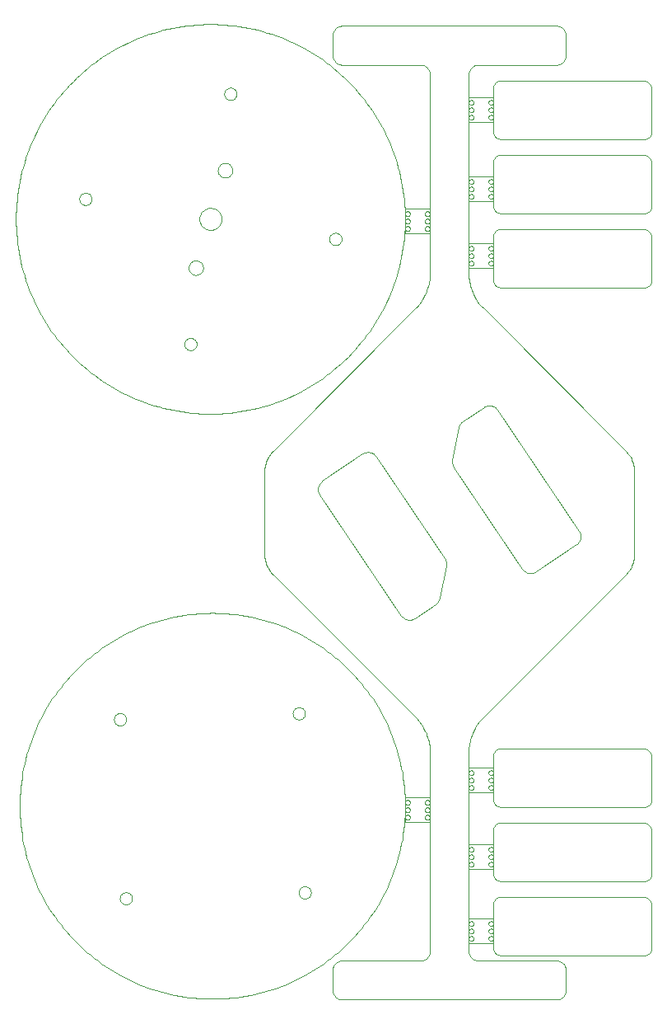
<source format=gko>
G75*
%MOIN*%
%OFA0B0*%
%FSLAX24Y24*%
%IPPOS*%
%LPD*%
%AMOC8*
5,1,8,0,0,1.08239X$1,22.5*
%
%ADD10C,0.0000*%
%ADD11C,0.0004*%
D10*
X010122Y012806D02*
X010124Y012837D01*
X010130Y012868D01*
X010140Y012898D01*
X010153Y012926D01*
X010170Y012953D01*
X010190Y012977D01*
X010213Y012999D01*
X010238Y013017D01*
X010266Y013032D01*
X010295Y013044D01*
X010325Y013052D01*
X010356Y013056D01*
X010388Y013056D01*
X010419Y013052D01*
X010449Y013044D01*
X010478Y013032D01*
X010506Y013017D01*
X010531Y012999D01*
X010554Y012977D01*
X010574Y012953D01*
X010591Y012926D01*
X010604Y012898D01*
X010614Y012868D01*
X010620Y012837D01*
X010622Y012806D01*
X010620Y012775D01*
X010614Y012744D01*
X010604Y012714D01*
X010591Y012686D01*
X010574Y012659D01*
X010554Y012635D01*
X010531Y012613D01*
X010506Y012595D01*
X010478Y012580D01*
X010449Y012568D01*
X010419Y012560D01*
X010388Y012556D01*
X010356Y012556D01*
X010325Y012560D01*
X010295Y012568D01*
X010266Y012580D01*
X010238Y012595D01*
X010213Y012613D01*
X010190Y012635D01*
X010170Y012659D01*
X010153Y012686D01*
X010140Y012714D01*
X010130Y012744D01*
X010124Y012775D01*
X010122Y012806D01*
X010362Y005566D02*
X010364Y005597D01*
X010370Y005628D01*
X010380Y005658D01*
X010393Y005686D01*
X010410Y005713D01*
X010430Y005737D01*
X010453Y005759D01*
X010478Y005777D01*
X010506Y005792D01*
X010535Y005804D01*
X010565Y005812D01*
X010596Y005816D01*
X010628Y005816D01*
X010659Y005812D01*
X010689Y005804D01*
X010718Y005792D01*
X010746Y005777D01*
X010771Y005759D01*
X010794Y005737D01*
X010814Y005713D01*
X010831Y005686D01*
X010844Y005658D01*
X010854Y005628D01*
X010860Y005597D01*
X010862Y005566D01*
X010860Y005535D01*
X010854Y005504D01*
X010844Y005474D01*
X010831Y005446D01*
X010814Y005419D01*
X010794Y005395D01*
X010771Y005373D01*
X010746Y005355D01*
X010718Y005340D01*
X010689Y005328D01*
X010659Y005320D01*
X010628Y005316D01*
X010596Y005316D01*
X010565Y005320D01*
X010535Y005328D01*
X010506Y005340D01*
X010478Y005355D01*
X010453Y005373D01*
X010430Y005395D01*
X010410Y005419D01*
X010393Y005446D01*
X010380Y005474D01*
X010370Y005504D01*
X010364Y005535D01*
X010362Y005566D01*
X017362Y013046D02*
X017364Y013077D01*
X017370Y013108D01*
X017380Y013138D01*
X017393Y013166D01*
X017410Y013193D01*
X017430Y013217D01*
X017453Y013239D01*
X017478Y013257D01*
X017506Y013272D01*
X017535Y013284D01*
X017565Y013292D01*
X017596Y013296D01*
X017628Y013296D01*
X017659Y013292D01*
X017689Y013284D01*
X017718Y013272D01*
X017746Y013257D01*
X017771Y013239D01*
X017794Y013217D01*
X017814Y013193D01*
X017831Y013166D01*
X017844Y013138D01*
X017854Y013108D01*
X017860Y013077D01*
X017862Y013046D01*
X017860Y013015D01*
X017854Y012984D01*
X017844Y012954D01*
X017831Y012926D01*
X017814Y012899D01*
X017794Y012875D01*
X017771Y012853D01*
X017746Y012835D01*
X017718Y012820D01*
X017689Y012808D01*
X017659Y012800D01*
X017628Y012796D01*
X017596Y012796D01*
X017565Y012800D01*
X017535Y012808D01*
X017506Y012820D01*
X017478Y012835D01*
X017453Y012853D01*
X017430Y012875D01*
X017410Y012899D01*
X017393Y012926D01*
X017380Y012954D01*
X017370Y012984D01*
X017364Y013015D01*
X017362Y013046D01*
X022336Y012878D02*
X022396Y012816D01*
X022452Y012752D01*
X022506Y012685D01*
X022557Y012615D01*
X022605Y012544D01*
X022649Y012470D01*
X022691Y012395D01*
X022729Y012318D01*
X022763Y012240D01*
X022794Y012159D01*
X022822Y012078D01*
X022846Y011996D01*
X022866Y011912D01*
X022883Y011828D01*
X022896Y011743D01*
X022906Y011658D01*
X022911Y011572D01*
X022913Y011486D01*
X022912Y011486D02*
X022912Y003443D01*
X022913Y003443D02*
X022911Y003404D01*
X022905Y003366D01*
X022896Y003329D01*
X022883Y003292D01*
X022866Y003257D01*
X022847Y003224D01*
X022824Y003193D01*
X022798Y003164D01*
X022769Y003138D01*
X022738Y003115D01*
X022705Y003096D01*
X022670Y003079D01*
X022633Y003066D01*
X022596Y003057D01*
X022558Y003051D01*
X022519Y003049D01*
X022519Y003050D02*
X019369Y003050D01*
X019330Y003048D01*
X019292Y003042D01*
X019255Y003033D01*
X019218Y003020D01*
X019183Y003003D01*
X019150Y002984D01*
X019119Y002961D01*
X019090Y002935D01*
X019064Y002906D01*
X019041Y002875D01*
X019022Y002842D01*
X019005Y002807D01*
X018992Y002770D01*
X018983Y002733D01*
X018977Y002695D01*
X018975Y002656D01*
X018975Y001869D01*
X018977Y001830D01*
X018983Y001792D01*
X018992Y001755D01*
X019005Y001718D01*
X019022Y001683D01*
X019041Y001650D01*
X019064Y001619D01*
X019090Y001590D01*
X019119Y001564D01*
X019150Y001541D01*
X019183Y001522D01*
X019218Y001505D01*
X019255Y001492D01*
X019292Y001483D01*
X019330Y001477D01*
X019369Y001475D01*
X028030Y001475D01*
X028069Y001477D01*
X028107Y001483D01*
X028144Y001492D01*
X028181Y001505D01*
X028216Y001522D01*
X028249Y001541D01*
X028280Y001564D01*
X028309Y001590D01*
X028335Y001619D01*
X028358Y001650D01*
X028377Y001683D01*
X028394Y001718D01*
X028407Y001755D01*
X028416Y001792D01*
X028422Y001830D01*
X028424Y001869D01*
X028424Y002656D01*
X028422Y002695D01*
X028416Y002733D01*
X028407Y002770D01*
X028394Y002807D01*
X028377Y002842D01*
X028358Y002875D01*
X028335Y002906D01*
X028309Y002935D01*
X028280Y002961D01*
X028249Y002984D01*
X028216Y003003D01*
X028181Y003020D01*
X028144Y003033D01*
X028107Y003042D01*
X028069Y003048D01*
X028030Y003050D01*
X024881Y003050D01*
X024881Y003049D02*
X024842Y003051D01*
X024804Y003057D01*
X024767Y003066D01*
X024730Y003079D01*
X024695Y003096D01*
X024662Y003115D01*
X024631Y003138D01*
X024602Y003164D01*
X024576Y003193D01*
X024553Y003224D01*
X024534Y003257D01*
X024517Y003292D01*
X024504Y003329D01*
X024495Y003366D01*
X024489Y003404D01*
X024487Y003443D01*
X024487Y011486D01*
X024487Y010846D02*
X025487Y010846D01*
X025487Y009846D01*
X024487Y009846D01*
X024487Y010846D01*
X024487Y010646D02*
X024489Y010666D01*
X024495Y010684D01*
X024504Y010702D01*
X024516Y010717D01*
X024531Y010729D01*
X024549Y010738D01*
X024567Y010744D01*
X024587Y010746D01*
X024607Y010744D01*
X024625Y010738D01*
X024643Y010729D01*
X024658Y010717D01*
X024670Y010702D01*
X024679Y010684D01*
X024685Y010666D01*
X024687Y010646D01*
X024685Y010626D01*
X024679Y010608D01*
X024670Y010590D01*
X024658Y010575D01*
X024643Y010563D01*
X024625Y010554D01*
X024607Y010548D01*
X024587Y010546D01*
X024567Y010548D01*
X024549Y010554D01*
X024531Y010563D01*
X024516Y010575D01*
X024504Y010590D01*
X024495Y010608D01*
X024489Y010626D01*
X024487Y010646D01*
X024487Y010346D02*
X024489Y010366D01*
X024495Y010384D01*
X024504Y010402D01*
X024516Y010417D01*
X024531Y010429D01*
X024549Y010438D01*
X024567Y010444D01*
X024587Y010446D01*
X024607Y010444D01*
X024625Y010438D01*
X024643Y010429D01*
X024658Y010417D01*
X024670Y010402D01*
X024679Y010384D01*
X024685Y010366D01*
X024687Y010346D01*
X024685Y010326D01*
X024679Y010308D01*
X024670Y010290D01*
X024658Y010275D01*
X024643Y010263D01*
X024625Y010254D01*
X024607Y010248D01*
X024587Y010246D01*
X024567Y010248D01*
X024549Y010254D01*
X024531Y010263D01*
X024516Y010275D01*
X024504Y010290D01*
X024495Y010308D01*
X024489Y010326D01*
X024487Y010346D01*
X024487Y010046D02*
X024489Y010066D01*
X024495Y010084D01*
X024504Y010102D01*
X024516Y010117D01*
X024531Y010129D01*
X024549Y010138D01*
X024567Y010144D01*
X024587Y010146D01*
X024607Y010144D01*
X024625Y010138D01*
X024643Y010129D01*
X024658Y010117D01*
X024670Y010102D01*
X024679Y010084D01*
X024685Y010066D01*
X024687Y010046D01*
X024685Y010026D01*
X024679Y010008D01*
X024670Y009990D01*
X024658Y009975D01*
X024643Y009963D01*
X024625Y009954D01*
X024607Y009948D01*
X024587Y009946D01*
X024567Y009948D01*
X024549Y009954D01*
X024531Y009963D01*
X024516Y009975D01*
X024504Y009990D01*
X024495Y010008D01*
X024489Y010026D01*
X024487Y010046D01*
X025287Y010046D02*
X025289Y010066D01*
X025295Y010084D01*
X025304Y010102D01*
X025316Y010117D01*
X025331Y010129D01*
X025349Y010138D01*
X025367Y010144D01*
X025387Y010146D01*
X025407Y010144D01*
X025425Y010138D01*
X025443Y010129D01*
X025458Y010117D01*
X025470Y010102D01*
X025479Y010084D01*
X025485Y010066D01*
X025487Y010046D01*
X025485Y010026D01*
X025479Y010008D01*
X025470Y009990D01*
X025458Y009975D01*
X025443Y009963D01*
X025425Y009954D01*
X025407Y009948D01*
X025387Y009946D01*
X025367Y009948D01*
X025349Y009954D01*
X025331Y009963D01*
X025316Y009975D01*
X025304Y009990D01*
X025295Y010008D01*
X025289Y010026D01*
X025287Y010046D01*
X025287Y010346D02*
X025289Y010366D01*
X025295Y010384D01*
X025304Y010402D01*
X025316Y010417D01*
X025331Y010429D01*
X025349Y010438D01*
X025367Y010444D01*
X025387Y010446D01*
X025407Y010444D01*
X025425Y010438D01*
X025443Y010429D01*
X025458Y010417D01*
X025470Y010402D01*
X025479Y010384D01*
X025485Y010366D01*
X025487Y010346D01*
X025485Y010326D01*
X025479Y010308D01*
X025470Y010290D01*
X025458Y010275D01*
X025443Y010263D01*
X025425Y010254D01*
X025407Y010248D01*
X025387Y010246D01*
X025367Y010248D01*
X025349Y010254D01*
X025331Y010263D01*
X025316Y010275D01*
X025304Y010290D01*
X025295Y010308D01*
X025289Y010326D01*
X025287Y010346D01*
X025287Y010646D02*
X025289Y010666D01*
X025295Y010684D01*
X025304Y010702D01*
X025316Y010717D01*
X025331Y010729D01*
X025349Y010738D01*
X025367Y010744D01*
X025387Y010746D01*
X025407Y010744D01*
X025425Y010738D01*
X025443Y010729D01*
X025458Y010717D01*
X025470Y010702D01*
X025479Y010684D01*
X025485Y010666D01*
X025487Y010646D01*
X025485Y010626D01*
X025479Y010608D01*
X025470Y010590D01*
X025458Y010575D01*
X025443Y010563D01*
X025425Y010554D01*
X025407Y010548D01*
X025387Y010546D01*
X025367Y010548D01*
X025349Y010554D01*
X025331Y010563D01*
X025316Y010575D01*
X025304Y010590D01*
X025295Y010608D01*
X025289Y010626D01*
X025287Y010646D01*
X025487Y011350D02*
X025487Y009545D01*
X025489Y009514D01*
X025494Y009483D01*
X025503Y009453D01*
X025515Y009424D01*
X025530Y009397D01*
X025548Y009372D01*
X025568Y009348D01*
X025592Y009328D01*
X025617Y009310D01*
X025644Y009295D01*
X025673Y009283D01*
X025703Y009274D01*
X025734Y009269D01*
X025765Y009267D01*
X025765Y009266D02*
X031606Y009266D01*
X031606Y009267D02*
X031637Y009269D01*
X031668Y009274D01*
X031698Y009283D01*
X031727Y009295D01*
X031754Y009310D01*
X031779Y009328D01*
X031803Y009348D01*
X031823Y009372D01*
X031841Y009397D01*
X031856Y009424D01*
X031868Y009453D01*
X031877Y009483D01*
X031882Y009514D01*
X031884Y009545D01*
X031885Y009545D02*
X031885Y011274D01*
X031883Y011311D01*
X031877Y011348D01*
X031868Y011384D01*
X031854Y011418D01*
X031837Y011452D01*
X031817Y011483D01*
X031794Y011512D01*
X031768Y011538D01*
X031739Y011561D01*
X031708Y011581D01*
X031674Y011598D01*
X031640Y011612D01*
X031604Y011621D01*
X031567Y011627D01*
X031530Y011629D01*
X031530Y011628D02*
X025765Y011628D01*
X025734Y011626D01*
X025703Y011621D01*
X025673Y011612D01*
X025644Y011600D01*
X025617Y011585D01*
X025592Y011567D01*
X025568Y011547D01*
X025548Y011523D01*
X025530Y011498D01*
X025515Y011471D01*
X025503Y011442D01*
X025494Y011412D01*
X025489Y011381D01*
X025487Y011350D01*
X024487Y011486D02*
X024489Y011572D01*
X024494Y011658D01*
X024504Y011743D01*
X024517Y011828D01*
X024534Y011912D01*
X024554Y011996D01*
X024578Y012078D01*
X024606Y012159D01*
X024637Y012240D01*
X024671Y012318D01*
X024709Y012395D01*
X024751Y012470D01*
X024795Y012544D01*
X024843Y012615D01*
X024894Y012685D01*
X024948Y012752D01*
X025004Y012816D01*
X025064Y012878D01*
X030834Y018649D01*
X031180Y019484D02*
X031180Y022836D01*
X030834Y023671D02*
X025064Y029442D01*
X025765Y030266D02*
X031606Y030266D01*
X031606Y030267D02*
X031637Y030269D01*
X031668Y030274D01*
X031698Y030283D01*
X031727Y030295D01*
X031754Y030310D01*
X031779Y030328D01*
X031803Y030348D01*
X031823Y030372D01*
X031841Y030397D01*
X031856Y030424D01*
X031868Y030453D01*
X031877Y030483D01*
X031882Y030514D01*
X031884Y030545D01*
X031885Y030545D02*
X031885Y032274D01*
X031883Y032311D01*
X031877Y032348D01*
X031868Y032384D01*
X031854Y032418D01*
X031837Y032452D01*
X031817Y032483D01*
X031794Y032512D01*
X031768Y032538D01*
X031739Y032561D01*
X031708Y032581D01*
X031674Y032598D01*
X031640Y032612D01*
X031604Y032621D01*
X031567Y032627D01*
X031530Y032629D01*
X031530Y032628D02*
X025765Y032628D01*
X025734Y032626D01*
X025703Y032621D01*
X025673Y032612D01*
X025644Y032600D01*
X025617Y032585D01*
X025592Y032567D01*
X025568Y032547D01*
X025548Y032523D01*
X025530Y032498D01*
X025515Y032471D01*
X025503Y032442D01*
X025494Y032412D01*
X025489Y032381D01*
X025487Y032350D01*
X025487Y030545D01*
X025489Y030514D01*
X025494Y030483D01*
X025503Y030453D01*
X025515Y030424D01*
X025530Y030397D01*
X025548Y030372D01*
X025568Y030348D01*
X025592Y030328D01*
X025617Y030310D01*
X025644Y030295D01*
X025673Y030283D01*
X025703Y030274D01*
X025734Y030269D01*
X025765Y030267D01*
X025487Y031046D02*
X025487Y032046D01*
X024487Y032046D01*
X024487Y031046D01*
X025487Y031046D01*
X025287Y031246D02*
X025289Y031266D01*
X025295Y031284D01*
X025304Y031302D01*
X025316Y031317D01*
X025331Y031329D01*
X025349Y031338D01*
X025367Y031344D01*
X025387Y031346D01*
X025407Y031344D01*
X025425Y031338D01*
X025443Y031329D01*
X025458Y031317D01*
X025470Y031302D01*
X025479Y031284D01*
X025485Y031266D01*
X025487Y031246D01*
X025485Y031226D01*
X025479Y031208D01*
X025470Y031190D01*
X025458Y031175D01*
X025443Y031163D01*
X025425Y031154D01*
X025407Y031148D01*
X025387Y031146D01*
X025367Y031148D01*
X025349Y031154D01*
X025331Y031163D01*
X025316Y031175D01*
X025304Y031190D01*
X025295Y031208D01*
X025289Y031226D01*
X025287Y031246D01*
X025287Y031546D02*
X025289Y031566D01*
X025295Y031584D01*
X025304Y031602D01*
X025316Y031617D01*
X025331Y031629D01*
X025349Y031638D01*
X025367Y031644D01*
X025387Y031646D01*
X025407Y031644D01*
X025425Y031638D01*
X025443Y031629D01*
X025458Y031617D01*
X025470Y031602D01*
X025479Y031584D01*
X025485Y031566D01*
X025487Y031546D01*
X025485Y031526D01*
X025479Y031508D01*
X025470Y031490D01*
X025458Y031475D01*
X025443Y031463D01*
X025425Y031454D01*
X025407Y031448D01*
X025387Y031446D01*
X025367Y031448D01*
X025349Y031454D01*
X025331Y031463D01*
X025316Y031475D01*
X025304Y031490D01*
X025295Y031508D01*
X025289Y031526D01*
X025287Y031546D01*
X025287Y031846D02*
X025289Y031866D01*
X025295Y031884D01*
X025304Y031902D01*
X025316Y031917D01*
X025331Y031929D01*
X025349Y031938D01*
X025367Y031944D01*
X025387Y031946D01*
X025407Y031944D01*
X025425Y031938D01*
X025443Y031929D01*
X025458Y031917D01*
X025470Y031902D01*
X025479Y031884D01*
X025485Y031866D01*
X025487Y031846D01*
X025485Y031826D01*
X025479Y031808D01*
X025470Y031790D01*
X025458Y031775D01*
X025443Y031763D01*
X025425Y031754D01*
X025407Y031748D01*
X025387Y031746D01*
X025367Y031748D01*
X025349Y031754D01*
X025331Y031763D01*
X025316Y031775D01*
X025304Y031790D01*
X025295Y031808D01*
X025289Y031826D01*
X025287Y031846D01*
X024487Y031846D02*
X024489Y031866D01*
X024495Y031884D01*
X024504Y031902D01*
X024516Y031917D01*
X024531Y031929D01*
X024549Y031938D01*
X024567Y031944D01*
X024587Y031946D01*
X024607Y031944D01*
X024625Y031938D01*
X024643Y031929D01*
X024658Y031917D01*
X024670Y031902D01*
X024679Y031884D01*
X024685Y031866D01*
X024687Y031846D01*
X024685Y031826D01*
X024679Y031808D01*
X024670Y031790D01*
X024658Y031775D01*
X024643Y031763D01*
X024625Y031754D01*
X024607Y031748D01*
X024587Y031746D01*
X024567Y031748D01*
X024549Y031754D01*
X024531Y031763D01*
X024516Y031775D01*
X024504Y031790D01*
X024495Y031808D01*
X024489Y031826D01*
X024487Y031846D01*
X024487Y031546D02*
X024489Y031566D01*
X024495Y031584D01*
X024504Y031602D01*
X024516Y031617D01*
X024531Y031629D01*
X024549Y031638D01*
X024567Y031644D01*
X024587Y031646D01*
X024607Y031644D01*
X024625Y031638D01*
X024643Y031629D01*
X024658Y031617D01*
X024670Y031602D01*
X024679Y031584D01*
X024685Y031566D01*
X024687Y031546D01*
X024685Y031526D01*
X024679Y031508D01*
X024670Y031490D01*
X024658Y031475D01*
X024643Y031463D01*
X024625Y031454D01*
X024607Y031448D01*
X024587Y031446D01*
X024567Y031448D01*
X024549Y031454D01*
X024531Y031463D01*
X024516Y031475D01*
X024504Y031490D01*
X024495Y031508D01*
X024489Y031526D01*
X024487Y031546D01*
X024487Y031246D02*
X024489Y031266D01*
X024495Y031284D01*
X024504Y031302D01*
X024516Y031317D01*
X024531Y031329D01*
X024549Y031338D01*
X024567Y031344D01*
X024587Y031346D01*
X024607Y031344D01*
X024625Y031338D01*
X024643Y031329D01*
X024658Y031317D01*
X024670Y031302D01*
X024679Y031284D01*
X024685Y031266D01*
X024687Y031246D01*
X024685Y031226D01*
X024679Y031208D01*
X024670Y031190D01*
X024658Y031175D01*
X024643Y031163D01*
X024625Y031154D01*
X024607Y031148D01*
X024587Y031146D01*
X024567Y031148D01*
X024549Y031154D01*
X024531Y031163D01*
X024516Y031175D01*
X024504Y031190D01*
X024495Y031208D01*
X024489Y031226D01*
X024487Y031246D01*
X024487Y030834D02*
X024487Y038877D01*
X024489Y038916D01*
X024495Y038954D01*
X024504Y038991D01*
X024517Y039028D01*
X024534Y039063D01*
X024553Y039096D01*
X024576Y039127D01*
X024602Y039156D01*
X024631Y039182D01*
X024662Y039205D01*
X024695Y039224D01*
X024730Y039241D01*
X024767Y039254D01*
X024804Y039263D01*
X024842Y039269D01*
X024881Y039271D01*
X024881Y039270D02*
X028030Y039270D01*
X028069Y039272D01*
X028107Y039278D01*
X028144Y039287D01*
X028181Y039300D01*
X028216Y039317D01*
X028249Y039336D01*
X028280Y039359D01*
X028309Y039385D01*
X028335Y039414D01*
X028358Y039445D01*
X028377Y039478D01*
X028394Y039513D01*
X028407Y039550D01*
X028416Y039587D01*
X028422Y039625D01*
X028424Y039664D01*
X028424Y040451D01*
X028422Y040490D01*
X028416Y040528D01*
X028407Y040565D01*
X028394Y040602D01*
X028377Y040637D01*
X028358Y040670D01*
X028335Y040701D01*
X028309Y040730D01*
X028280Y040756D01*
X028249Y040779D01*
X028216Y040798D01*
X028181Y040815D01*
X028144Y040828D01*
X028107Y040837D01*
X028069Y040843D01*
X028030Y040845D01*
X019369Y040845D01*
X019330Y040843D01*
X019292Y040837D01*
X019255Y040828D01*
X019218Y040815D01*
X019183Y040798D01*
X019150Y040779D01*
X019119Y040756D01*
X019090Y040730D01*
X019064Y040701D01*
X019041Y040670D01*
X019022Y040637D01*
X019005Y040602D01*
X018992Y040565D01*
X018983Y040528D01*
X018977Y040490D01*
X018975Y040451D01*
X018975Y039664D01*
X018977Y039625D01*
X018983Y039587D01*
X018992Y039550D01*
X019005Y039513D01*
X019022Y039478D01*
X019041Y039445D01*
X019064Y039414D01*
X019090Y039385D01*
X019119Y039359D01*
X019150Y039336D01*
X019183Y039317D01*
X019218Y039300D01*
X019255Y039287D01*
X019292Y039278D01*
X019330Y039272D01*
X019369Y039270D01*
X022519Y039270D01*
X022519Y039271D02*
X022558Y039269D01*
X022596Y039263D01*
X022633Y039254D01*
X022670Y039241D01*
X022705Y039224D01*
X022738Y039205D01*
X022769Y039182D01*
X022798Y039156D01*
X022824Y039127D01*
X022847Y039096D01*
X022866Y039063D01*
X022883Y039028D01*
X022896Y038991D01*
X022905Y038954D01*
X022911Y038916D01*
X022913Y038877D01*
X022912Y038877D02*
X022912Y030834D01*
X022336Y029442D02*
X016565Y023671D01*
X016219Y022836D02*
X016219Y019484D01*
X016565Y018649D02*
X022336Y012878D01*
X021912Y009646D02*
X022912Y009646D01*
X022912Y008646D01*
X021912Y008646D01*
X021912Y009646D01*
X021912Y009446D02*
X021914Y009466D01*
X021920Y009484D01*
X021929Y009502D01*
X021941Y009517D01*
X021956Y009529D01*
X021974Y009538D01*
X021992Y009544D01*
X022012Y009546D01*
X022032Y009544D01*
X022050Y009538D01*
X022068Y009529D01*
X022083Y009517D01*
X022095Y009502D01*
X022104Y009484D01*
X022110Y009466D01*
X022112Y009446D01*
X022110Y009426D01*
X022104Y009408D01*
X022095Y009390D01*
X022083Y009375D01*
X022068Y009363D01*
X022050Y009354D01*
X022032Y009348D01*
X022012Y009346D01*
X021992Y009348D01*
X021974Y009354D01*
X021956Y009363D01*
X021941Y009375D01*
X021929Y009390D01*
X021920Y009408D01*
X021914Y009426D01*
X021912Y009446D01*
X021912Y009146D02*
X021914Y009166D01*
X021920Y009184D01*
X021929Y009202D01*
X021941Y009217D01*
X021956Y009229D01*
X021974Y009238D01*
X021992Y009244D01*
X022012Y009246D01*
X022032Y009244D01*
X022050Y009238D01*
X022068Y009229D01*
X022083Y009217D01*
X022095Y009202D01*
X022104Y009184D01*
X022110Y009166D01*
X022112Y009146D01*
X022110Y009126D01*
X022104Y009108D01*
X022095Y009090D01*
X022083Y009075D01*
X022068Y009063D01*
X022050Y009054D01*
X022032Y009048D01*
X022012Y009046D01*
X021992Y009048D01*
X021974Y009054D01*
X021956Y009063D01*
X021941Y009075D01*
X021929Y009090D01*
X021920Y009108D01*
X021914Y009126D01*
X021912Y009146D01*
X021912Y008846D02*
X021914Y008866D01*
X021920Y008884D01*
X021929Y008902D01*
X021941Y008917D01*
X021956Y008929D01*
X021974Y008938D01*
X021992Y008944D01*
X022012Y008946D01*
X022032Y008944D01*
X022050Y008938D01*
X022068Y008929D01*
X022083Y008917D01*
X022095Y008902D01*
X022104Y008884D01*
X022110Y008866D01*
X022112Y008846D01*
X022110Y008826D01*
X022104Y008808D01*
X022095Y008790D01*
X022083Y008775D01*
X022068Y008763D01*
X022050Y008754D01*
X022032Y008748D01*
X022012Y008746D01*
X021992Y008748D01*
X021974Y008754D01*
X021956Y008763D01*
X021941Y008775D01*
X021929Y008790D01*
X021920Y008808D01*
X021914Y008826D01*
X021912Y008846D01*
X022712Y008846D02*
X022714Y008866D01*
X022720Y008884D01*
X022729Y008902D01*
X022741Y008917D01*
X022756Y008929D01*
X022774Y008938D01*
X022792Y008944D01*
X022812Y008946D01*
X022832Y008944D01*
X022850Y008938D01*
X022868Y008929D01*
X022883Y008917D01*
X022895Y008902D01*
X022904Y008884D01*
X022910Y008866D01*
X022912Y008846D01*
X022910Y008826D01*
X022904Y008808D01*
X022895Y008790D01*
X022883Y008775D01*
X022868Y008763D01*
X022850Y008754D01*
X022832Y008748D01*
X022812Y008746D01*
X022792Y008748D01*
X022774Y008754D01*
X022756Y008763D01*
X022741Y008775D01*
X022729Y008790D01*
X022720Y008808D01*
X022714Y008826D01*
X022712Y008846D01*
X022712Y009146D02*
X022714Y009166D01*
X022720Y009184D01*
X022729Y009202D01*
X022741Y009217D01*
X022756Y009229D01*
X022774Y009238D01*
X022792Y009244D01*
X022812Y009246D01*
X022832Y009244D01*
X022850Y009238D01*
X022868Y009229D01*
X022883Y009217D01*
X022895Y009202D01*
X022904Y009184D01*
X022910Y009166D01*
X022912Y009146D01*
X022910Y009126D01*
X022904Y009108D01*
X022895Y009090D01*
X022883Y009075D01*
X022868Y009063D01*
X022850Y009054D01*
X022832Y009048D01*
X022812Y009046D01*
X022792Y009048D01*
X022774Y009054D01*
X022756Y009063D01*
X022741Y009075D01*
X022729Y009090D01*
X022720Y009108D01*
X022714Y009126D01*
X022712Y009146D01*
X022712Y009446D02*
X022714Y009466D01*
X022720Y009484D01*
X022729Y009502D01*
X022741Y009517D01*
X022756Y009529D01*
X022774Y009538D01*
X022792Y009544D01*
X022812Y009546D01*
X022832Y009544D01*
X022850Y009538D01*
X022868Y009529D01*
X022883Y009517D01*
X022895Y009502D01*
X022904Y009484D01*
X022910Y009466D01*
X022912Y009446D01*
X022910Y009426D01*
X022904Y009408D01*
X022895Y009390D01*
X022883Y009375D01*
X022868Y009363D01*
X022850Y009354D01*
X022832Y009348D01*
X022812Y009346D01*
X022792Y009348D01*
X022774Y009354D01*
X022756Y009363D01*
X022741Y009375D01*
X022729Y009390D01*
X022720Y009408D01*
X022714Y009426D01*
X022712Y009446D01*
X024487Y007746D02*
X025487Y007746D01*
X025487Y006746D01*
X024487Y006746D01*
X024487Y007746D01*
X024487Y007546D02*
X024489Y007566D01*
X024495Y007584D01*
X024504Y007602D01*
X024516Y007617D01*
X024531Y007629D01*
X024549Y007638D01*
X024567Y007644D01*
X024587Y007646D01*
X024607Y007644D01*
X024625Y007638D01*
X024643Y007629D01*
X024658Y007617D01*
X024670Y007602D01*
X024679Y007584D01*
X024685Y007566D01*
X024687Y007546D01*
X024685Y007526D01*
X024679Y007508D01*
X024670Y007490D01*
X024658Y007475D01*
X024643Y007463D01*
X024625Y007454D01*
X024607Y007448D01*
X024587Y007446D01*
X024567Y007448D01*
X024549Y007454D01*
X024531Y007463D01*
X024516Y007475D01*
X024504Y007490D01*
X024495Y007508D01*
X024489Y007526D01*
X024487Y007546D01*
X024487Y007246D02*
X024489Y007266D01*
X024495Y007284D01*
X024504Y007302D01*
X024516Y007317D01*
X024531Y007329D01*
X024549Y007338D01*
X024567Y007344D01*
X024587Y007346D01*
X024607Y007344D01*
X024625Y007338D01*
X024643Y007329D01*
X024658Y007317D01*
X024670Y007302D01*
X024679Y007284D01*
X024685Y007266D01*
X024687Y007246D01*
X024685Y007226D01*
X024679Y007208D01*
X024670Y007190D01*
X024658Y007175D01*
X024643Y007163D01*
X024625Y007154D01*
X024607Y007148D01*
X024587Y007146D01*
X024567Y007148D01*
X024549Y007154D01*
X024531Y007163D01*
X024516Y007175D01*
X024504Y007190D01*
X024495Y007208D01*
X024489Y007226D01*
X024487Y007246D01*
X024487Y006946D02*
X024489Y006966D01*
X024495Y006984D01*
X024504Y007002D01*
X024516Y007017D01*
X024531Y007029D01*
X024549Y007038D01*
X024567Y007044D01*
X024587Y007046D01*
X024607Y007044D01*
X024625Y007038D01*
X024643Y007029D01*
X024658Y007017D01*
X024670Y007002D01*
X024679Y006984D01*
X024685Y006966D01*
X024687Y006946D01*
X024685Y006926D01*
X024679Y006908D01*
X024670Y006890D01*
X024658Y006875D01*
X024643Y006863D01*
X024625Y006854D01*
X024607Y006848D01*
X024587Y006846D01*
X024567Y006848D01*
X024549Y006854D01*
X024531Y006863D01*
X024516Y006875D01*
X024504Y006890D01*
X024495Y006908D01*
X024489Y006926D01*
X024487Y006946D01*
X025287Y006946D02*
X025289Y006966D01*
X025295Y006984D01*
X025304Y007002D01*
X025316Y007017D01*
X025331Y007029D01*
X025349Y007038D01*
X025367Y007044D01*
X025387Y007046D01*
X025407Y007044D01*
X025425Y007038D01*
X025443Y007029D01*
X025458Y007017D01*
X025470Y007002D01*
X025479Y006984D01*
X025485Y006966D01*
X025487Y006946D01*
X025485Y006926D01*
X025479Y006908D01*
X025470Y006890D01*
X025458Y006875D01*
X025443Y006863D01*
X025425Y006854D01*
X025407Y006848D01*
X025387Y006846D01*
X025367Y006848D01*
X025349Y006854D01*
X025331Y006863D01*
X025316Y006875D01*
X025304Y006890D01*
X025295Y006908D01*
X025289Y006926D01*
X025287Y006946D01*
X025287Y007246D02*
X025289Y007266D01*
X025295Y007284D01*
X025304Y007302D01*
X025316Y007317D01*
X025331Y007329D01*
X025349Y007338D01*
X025367Y007344D01*
X025387Y007346D01*
X025407Y007344D01*
X025425Y007338D01*
X025443Y007329D01*
X025458Y007317D01*
X025470Y007302D01*
X025479Y007284D01*
X025485Y007266D01*
X025487Y007246D01*
X025485Y007226D01*
X025479Y007208D01*
X025470Y007190D01*
X025458Y007175D01*
X025443Y007163D01*
X025425Y007154D01*
X025407Y007148D01*
X025387Y007146D01*
X025367Y007148D01*
X025349Y007154D01*
X025331Y007163D01*
X025316Y007175D01*
X025304Y007190D01*
X025295Y007208D01*
X025289Y007226D01*
X025287Y007246D01*
X025287Y007546D02*
X025289Y007566D01*
X025295Y007584D01*
X025304Y007602D01*
X025316Y007617D01*
X025331Y007629D01*
X025349Y007638D01*
X025367Y007644D01*
X025387Y007646D01*
X025407Y007644D01*
X025425Y007638D01*
X025443Y007629D01*
X025458Y007617D01*
X025470Y007602D01*
X025479Y007584D01*
X025485Y007566D01*
X025487Y007546D01*
X025485Y007526D01*
X025479Y007508D01*
X025470Y007490D01*
X025458Y007475D01*
X025443Y007463D01*
X025425Y007454D01*
X025407Y007448D01*
X025387Y007446D01*
X025367Y007448D01*
X025349Y007454D01*
X025331Y007463D01*
X025316Y007475D01*
X025304Y007490D01*
X025295Y007508D01*
X025289Y007526D01*
X025287Y007546D01*
X025487Y008350D02*
X025487Y006545D01*
X025489Y006514D01*
X025494Y006483D01*
X025503Y006453D01*
X025515Y006424D01*
X025530Y006397D01*
X025548Y006372D01*
X025568Y006348D01*
X025592Y006328D01*
X025617Y006310D01*
X025644Y006295D01*
X025673Y006283D01*
X025703Y006274D01*
X025734Y006269D01*
X025765Y006267D01*
X025765Y006266D02*
X031606Y006266D01*
X031606Y006267D02*
X031637Y006269D01*
X031668Y006274D01*
X031698Y006283D01*
X031727Y006295D01*
X031754Y006310D01*
X031779Y006328D01*
X031803Y006348D01*
X031823Y006372D01*
X031841Y006397D01*
X031856Y006424D01*
X031868Y006453D01*
X031877Y006483D01*
X031882Y006514D01*
X031884Y006545D01*
X031885Y006545D02*
X031885Y008274D01*
X031883Y008311D01*
X031877Y008348D01*
X031868Y008384D01*
X031854Y008418D01*
X031837Y008452D01*
X031817Y008483D01*
X031794Y008512D01*
X031768Y008538D01*
X031739Y008561D01*
X031708Y008581D01*
X031674Y008598D01*
X031640Y008612D01*
X031604Y008621D01*
X031567Y008627D01*
X031530Y008629D01*
X031530Y008628D02*
X025765Y008628D01*
X025734Y008626D01*
X025703Y008621D01*
X025673Y008612D01*
X025644Y008600D01*
X025617Y008585D01*
X025592Y008567D01*
X025568Y008547D01*
X025548Y008523D01*
X025530Y008498D01*
X025515Y008471D01*
X025503Y008442D01*
X025494Y008412D01*
X025489Y008381D01*
X025487Y008350D01*
X025765Y005628D02*
X031530Y005628D01*
X031530Y005629D02*
X031567Y005627D01*
X031604Y005621D01*
X031640Y005612D01*
X031674Y005598D01*
X031708Y005581D01*
X031739Y005561D01*
X031768Y005538D01*
X031794Y005512D01*
X031817Y005483D01*
X031837Y005452D01*
X031854Y005418D01*
X031868Y005384D01*
X031877Y005348D01*
X031883Y005311D01*
X031885Y005274D01*
X031885Y003545D01*
X031884Y003545D02*
X031882Y003514D01*
X031877Y003483D01*
X031868Y003453D01*
X031856Y003424D01*
X031841Y003397D01*
X031823Y003372D01*
X031803Y003348D01*
X031779Y003328D01*
X031754Y003310D01*
X031727Y003295D01*
X031698Y003283D01*
X031668Y003274D01*
X031637Y003269D01*
X031606Y003267D01*
X031606Y003266D02*
X025765Y003266D01*
X025765Y003267D02*
X025734Y003269D01*
X025703Y003274D01*
X025673Y003283D01*
X025644Y003295D01*
X025617Y003310D01*
X025592Y003328D01*
X025568Y003348D01*
X025548Y003372D01*
X025530Y003397D01*
X025515Y003424D01*
X025503Y003453D01*
X025494Y003483D01*
X025489Y003514D01*
X025487Y003545D01*
X025487Y005350D01*
X025489Y005381D01*
X025494Y005412D01*
X025503Y005442D01*
X025515Y005471D01*
X025530Y005498D01*
X025548Y005523D01*
X025568Y005547D01*
X025592Y005567D01*
X025617Y005585D01*
X025644Y005600D01*
X025673Y005612D01*
X025703Y005621D01*
X025734Y005626D01*
X025765Y005628D01*
X025487Y004746D02*
X024487Y004746D01*
X024487Y003746D01*
X025487Y003746D01*
X025487Y004746D01*
X025287Y004546D02*
X025289Y004566D01*
X025295Y004584D01*
X025304Y004602D01*
X025316Y004617D01*
X025331Y004629D01*
X025349Y004638D01*
X025367Y004644D01*
X025387Y004646D01*
X025407Y004644D01*
X025425Y004638D01*
X025443Y004629D01*
X025458Y004617D01*
X025470Y004602D01*
X025479Y004584D01*
X025485Y004566D01*
X025487Y004546D01*
X025485Y004526D01*
X025479Y004508D01*
X025470Y004490D01*
X025458Y004475D01*
X025443Y004463D01*
X025425Y004454D01*
X025407Y004448D01*
X025387Y004446D01*
X025367Y004448D01*
X025349Y004454D01*
X025331Y004463D01*
X025316Y004475D01*
X025304Y004490D01*
X025295Y004508D01*
X025289Y004526D01*
X025287Y004546D01*
X025287Y004246D02*
X025289Y004266D01*
X025295Y004284D01*
X025304Y004302D01*
X025316Y004317D01*
X025331Y004329D01*
X025349Y004338D01*
X025367Y004344D01*
X025387Y004346D01*
X025407Y004344D01*
X025425Y004338D01*
X025443Y004329D01*
X025458Y004317D01*
X025470Y004302D01*
X025479Y004284D01*
X025485Y004266D01*
X025487Y004246D01*
X025485Y004226D01*
X025479Y004208D01*
X025470Y004190D01*
X025458Y004175D01*
X025443Y004163D01*
X025425Y004154D01*
X025407Y004148D01*
X025387Y004146D01*
X025367Y004148D01*
X025349Y004154D01*
X025331Y004163D01*
X025316Y004175D01*
X025304Y004190D01*
X025295Y004208D01*
X025289Y004226D01*
X025287Y004246D01*
X025287Y003946D02*
X025289Y003966D01*
X025295Y003984D01*
X025304Y004002D01*
X025316Y004017D01*
X025331Y004029D01*
X025349Y004038D01*
X025367Y004044D01*
X025387Y004046D01*
X025407Y004044D01*
X025425Y004038D01*
X025443Y004029D01*
X025458Y004017D01*
X025470Y004002D01*
X025479Y003984D01*
X025485Y003966D01*
X025487Y003946D01*
X025485Y003926D01*
X025479Y003908D01*
X025470Y003890D01*
X025458Y003875D01*
X025443Y003863D01*
X025425Y003854D01*
X025407Y003848D01*
X025387Y003846D01*
X025367Y003848D01*
X025349Y003854D01*
X025331Y003863D01*
X025316Y003875D01*
X025304Y003890D01*
X025295Y003908D01*
X025289Y003926D01*
X025287Y003946D01*
X024487Y003946D02*
X024489Y003966D01*
X024495Y003984D01*
X024504Y004002D01*
X024516Y004017D01*
X024531Y004029D01*
X024549Y004038D01*
X024567Y004044D01*
X024587Y004046D01*
X024607Y004044D01*
X024625Y004038D01*
X024643Y004029D01*
X024658Y004017D01*
X024670Y004002D01*
X024679Y003984D01*
X024685Y003966D01*
X024687Y003946D01*
X024685Y003926D01*
X024679Y003908D01*
X024670Y003890D01*
X024658Y003875D01*
X024643Y003863D01*
X024625Y003854D01*
X024607Y003848D01*
X024587Y003846D01*
X024567Y003848D01*
X024549Y003854D01*
X024531Y003863D01*
X024516Y003875D01*
X024504Y003890D01*
X024495Y003908D01*
X024489Y003926D01*
X024487Y003946D01*
X024487Y004246D02*
X024489Y004266D01*
X024495Y004284D01*
X024504Y004302D01*
X024516Y004317D01*
X024531Y004329D01*
X024549Y004338D01*
X024567Y004344D01*
X024587Y004346D01*
X024607Y004344D01*
X024625Y004338D01*
X024643Y004329D01*
X024658Y004317D01*
X024670Y004302D01*
X024679Y004284D01*
X024685Y004266D01*
X024687Y004246D01*
X024685Y004226D01*
X024679Y004208D01*
X024670Y004190D01*
X024658Y004175D01*
X024643Y004163D01*
X024625Y004154D01*
X024607Y004148D01*
X024587Y004146D01*
X024567Y004148D01*
X024549Y004154D01*
X024531Y004163D01*
X024516Y004175D01*
X024504Y004190D01*
X024495Y004208D01*
X024489Y004226D01*
X024487Y004246D01*
X024487Y004546D02*
X024489Y004566D01*
X024495Y004584D01*
X024504Y004602D01*
X024516Y004617D01*
X024531Y004629D01*
X024549Y004638D01*
X024567Y004644D01*
X024587Y004646D01*
X024607Y004644D01*
X024625Y004638D01*
X024643Y004629D01*
X024658Y004617D01*
X024670Y004602D01*
X024679Y004584D01*
X024685Y004566D01*
X024687Y004546D01*
X024685Y004526D01*
X024679Y004508D01*
X024670Y004490D01*
X024658Y004475D01*
X024643Y004463D01*
X024625Y004454D01*
X024607Y004448D01*
X024587Y004446D01*
X024567Y004448D01*
X024549Y004454D01*
X024531Y004463D01*
X024516Y004475D01*
X024504Y004490D01*
X024495Y004508D01*
X024489Y004526D01*
X024487Y004546D01*
X017602Y005806D02*
X017604Y005837D01*
X017610Y005868D01*
X017620Y005898D01*
X017633Y005926D01*
X017650Y005953D01*
X017670Y005977D01*
X017693Y005999D01*
X017718Y006017D01*
X017746Y006032D01*
X017775Y006044D01*
X017805Y006052D01*
X017836Y006056D01*
X017868Y006056D01*
X017899Y006052D01*
X017929Y006044D01*
X017958Y006032D01*
X017986Y006017D01*
X018011Y005999D01*
X018034Y005977D01*
X018054Y005953D01*
X018071Y005926D01*
X018084Y005898D01*
X018094Y005868D01*
X018100Y005837D01*
X018102Y005806D01*
X018100Y005775D01*
X018094Y005744D01*
X018084Y005714D01*
X018071Y005686D01*
X018054Y005659D01*
X018034Y005635D01*
X018011Y005613D01*
X017986Y005595D01*
X017958Y005580D01*
X017929Y005568D01*
X017899Y005560D01*
X017868Y005556D01*
X017836Y005556D01*
X017805Y005560D01*
X017775Y005568D01*
X017746Y005580D01*
X017718Y005595D01*
X017693Y005613D01*
X017670Y005635D01*
X017650Y005659D01*
X017633Y005686D01*
X017620Y005714D01*
X017610Y005744D01*
X017604Y005775D01*
X017602Y005806D01*
X022303Y016894D02*
X023147Y017463D01*
X023314Y017714D02*
X023570Y019034D01*
X023510Y019329D02*
X023381Y019520D01*
X023510Y019329D02*
X020739Y023437D01*
X020740Y023437D02*
X020716Y023468D01*
X020690Y023497D01*
X020662Y023523D01*
X020630Y023546D01*
X020597Y023565D01*
X020562Y023582D01*
X020526Y023595D01*
X020488Y023604D01*
X020450Y023609D01*
X020411Y023611D01*
X020373Y023609D01*
X020334Y023603D01*
X020297Y023594D01*
X020261Y023580D01*
X020226Y023564D01*
X020193Y023544D01*
X020193Y023543D02*
X018561Y022443D01*
X018530Y022419D01*
X018501Y022393D01*
X018475Y022365D01*
X018452Y022333D01*
X018433Y022300D01*
X018416Y022265D01*
X018403Y022229D01*
X018394Y022191D01*
X018389Y022153D01*
X018387Y022114D01*
X018389Y022076D01*
X018395Y022037D01*
X018404Y022000D01*
X018418Y021964D01*
X018434Y021929D01*
X018454Y021896D01*
X021757Y017000D01*
X021756Y017000D02*
X021780Y016969D01*
X021806Y016940D01*
X021834Y016914D01*
X021866Y016891D01*
X021899Y016872D01*
X021934Y016855D01*
X021970Y016842D01*
X022008Y016833D01*
X022046Y016828D01*
X022085Y016826D01*
X022123Y016828D01*
X022162Y016834D01*
X022199Y016843D01*
X022235Y016857D01*
X022270Y016873D01*
X022303Y016893D01*
X023147Y017463D02*
X023178Y017487D01*
X023207Y017513D01*
X023233Y017541D01*
X023256Y017573D01*
X023275Y017606D01*
X023292Y017641D01*
X023305Y017677D01*
X023314Y017715D01*
X023571Y019034D02*
X023576Y019072D01*
X023578Y019111D01*
X023576Y019149D01*
X023570Y019188D01*
X023561Y019225D01*
X023547Y019261D01*
X023531Y019296D01*
X023511Y019329D01*
X026660Y018883D02*
X023889Y022991D01*
X023829Y023286D02*
X024086Y024606D01*
X024252Y024857D02*
X025096Y025426D01*
X025096Y025427D02*
X025129Y025447D01*
X025164Y025463D01*
X025200Y025477D01*
X025237Y025486D01*
X025276Y025492D01*
X025314Y025494D01*
X025353Y025492D01*
X025391Y025487D01*
X025429Y025478D01*
X025465Y025465D01*
X025500Y025448D01*
X025533Y025429D01*
X025565Y025406D01*
X025593Y025380D01*
X025619Y025351D01*
X025643Y025320D01*
X028945Y020424D01*
X028946Y020424D02*
X028966Y020391D01*
X028982Y020356D01*
X028996Y020320D01*
X029005Y020283D01*
X029011Y020244D01*
X029013Y020206D01*
X029011Y020167D01*
X029006Y020129D01*
X028997Y020091D01*
X028984Y020055D01*
X028967Y020020D01*
X028948Y019987D01*
X028925Y019955D01*
X028899Y019927D01*
X028870Y019901D01*
X028839Y019877D01*
X027207Y018777D01*
X027207Y018776D02*
X027174Y018756D01*
X027139Y018740D01*
X027103Y018726D01*
X027066Y018717D01*
X027027Y018711D01*
X026989Y018709D01*
X026950Y018711D01*
X026912Y018716D01*
X026874Y018725D01*
X026838Y018738D01*
X026803Y018755D01*
X026770Y018774D01*
X026738Y018797D01*
X026710Y018823D01*
X026684Y018852D01*
X026660Y018883D01*
X023889Y022991D02*
X023869Y023024D01*
X023853Y023059D01*
X023839Y023095D01*
X023830Y023132D01*
X023824Y023171D01*
X023822Y023209D01*
X023824Y023248D01*
X023829Y023286D01*
X024085Y024605D02*
X024094Y024643D01*
X024107Y024679D01*
X024124Y024714D01*
X024143Y024747D01*
X024166Y024779D01*
X024192Y024807D01*
X024221Y024833D01*
X024252Y024857D01*
X025064Y029442D02*
X025004Y029504D01*
X024948Y029568D01*
X024894Y029635D01*
X024843Y029705D01*
X024795Y029776D01*
X024751Y029850D01*
X024709Y029925D01*
X024671Y030002D01*
X024637Y030080D01*
X024606Y030161D01*
X024578Y030242D01*
X024554Y030324D01*
X024534Y030408D01*
X024517Y030492D01*
X024504Y030577D01*
X024494Y030662D01*
X024489Y030748D01*
X024487Y030834D01*
X022912Y032446D02*
X022912Y033446D01*
X021912Y033446D01*
X021912Y032446D01*
X022912Y032446D01*
X022712Y032646D02*
X022714Y032666D01*
X022720Y032684D01*
X022729Y032702D01*
X022741Y032717D01*
X022756Y032729D01*
X022774Y032738D01*
X022792Y032744D01*
X022812Y032746D01*
X022832Y032744D01*
X022850Y032738D01*
X022868Y032729D01*
X022883Y032717D01*
X022895Y032702D01*
X022904Y032684D01*
X022910Y032666D01*
X022912Y032646D01*
X022910Y032626D01*
X022904Y032608D01*
X022895Y032590D01*
X022883Y032575D01*
X022868Y032563D01*
X022850Y032554D01*
X022832Y032548D01*
X022812Y032546D01*
X022792Y032548D01*
X022774Y032554D01*
X022756Y032563D01*
X022741Y032575D01*
X022729Y032590D01*
X022720Y032608D01*
X022714Y032626D01*
X022712Y032646D01*
X022712Y032946D02*
X022714Y032966D01*
X022720Y032984D01*
X022729Y033002D01*
X022741Y033017D01*
X022756Y033029D01*
X022774Y033038D01*
X022792Y033044D01*
X022812Y033046D01*
X022832Y033044D01*
X022850Y033038D01*
X022868Y033029D01*
X022883Y033017D01*
X022895Y033002D01*
X022904Y032984D01*
X022910Y032966D01*
X022912Y032946D01*
X022910Y032926D01*
X022904Y032908D01*
X022895Y032890D01*
X022883Y032875D01*
X022868Y032863D01*
X022850Y032854D01*
X022832Y032848D01*
X022812Y032846D01*
X022792Y032848D01*
X022774Y032854D01*
X022756Y032863D01*
X022741Y032875D01*
X022729Y032890D01*
X022720Y032908D01*
X022714Y032926D01*
X022712Y032946D01*
X022712Y033246D02*
X022714Y033266D01*
X022720Y033284D01*
X022729Y033302D01*
X022741Y033317D01*
X022756Y033329D01*
X022774Y033338D01*
X022792Y033344D01*
X022812Y033346D01*
X022832Y033344D01*
X022850Y033338D01*
X022868Y033329D01*
X022883Y033317D01*
X022895Y033302D01*
X022904Y033284D01*
X022910Y033266D01*
X022912Y033246D01*
X022910Y033226D01*
X022904Y033208D01*
X022895Y033190D01*
X022883Y033175D01*
X022868Y033163D01*
X022850Y033154D01*
X022832Y033148D01*
X022812Y033146D01*
X022792Y033148D01*
X022774Y033154D01*
X022756Y033163D01*
X022741Y033175D01*
X022729Y033190D01*
X022720Y033208D01*
X022714Y033226D01*
X022712Y033246D01*
X021912Y033246D02*
X021914Y033266D01*
X021920Y033284D01*
X021929Y033302D01*
X021941Y033317D01*
X021956Y033329D01*
X021974Y033338D01*
X021992Y033344D01*
X022012Y033346D01*
X022032Y033344D01*
X022050Y033338D01*
X022068Y033329D01*
X022083Y033317D01*
X022095Y033302D01*
X022104Y033284D01*
X022110Y033266D01*
X022112Y033246D01*
X022110Y033226D01*
X022104Y033208D01*
X022095Y033190D01*
X022083Y033175D01*
X022068Y033163D01*
X022050Y033154D01*
X022032Y033148D01*
X022012Y033146D01*
X021992Y033148D01*
X021974Y033154D01*
X021956Y033163D01*
X021941Y033175D01*
X021929Y033190D01*
X021920Y033208D01*
X021914Y033226D01*
X021912Y033246D01*
X021912Y032946D02*
X021914Y032966D01*
X021920Y032984D01*
X021929Y033002D01*
X021941Y033017D01*
X021956Y033029D01*
X021974Y033038D01*
X021992Y033044D01*
X022012Y033046D01*
X022032Y033044D01*
X022050Y033038D01*
X022068Y033029D01*
X022083Y033017D01*
X022095Y033002D01*
X022104Y032984D01*
X022110Y032966D01*
X022112Y032946D01*
X022110Y032926D01*
X022104Y032908D01*
X022095Y032890D01*
X022083Y032875D01*
X022068Y032863D01*
X022050Y032854D01*
X022032Y032848D01*
X022012Y032846D01*
X021992Y032848D01*
X021974Y032854D01*
X021956Y032863D01*
X021941Y032875D01*
X021929Y032890D01*
X021920Y032908D01*
X021914Y032926D01*
X021912Y032946D01*
X021912Y032646D02*
X021914Y032666D01*
X021920Y032684D01*
X021929Y032702D01*
X021941Y032717D01*
X021956Y032729D01*
X021974Y032738D01*
X021992Y032744D01*
X022012Y032746D01*
X022032Y032744D01*
X022050Y032738D01*
X022068Y032729D01*
X022083Y032717D01*
X022095Y032702D01*
X022104Y032684D01*
X022110Y032666D01*
X022112Y032646D01*
X022110Y032626D01*
X022104Y032608D01*
X022095Y032590D01*
X022083Y032575D01*
X022068Y032563D01*
X022050Y032554D01*
X022032Y032548D01*
X022012Y032546D01*
X021992Y032548D01*
X021974Y032554D01*
X021956Y032563D01*
X021941Y032575D01*
X021929Y032590D01*
X021920Y032608D01*
X021914Y032626D01*
X021912Y032646D01*
X022913Y030834D02*
X022911Y030748D01*
X022906Y030662D01*
X022896Y030577D01*
X022883Y030492D01*
X022866Y030408D01*
X022846Y030324D01*
X022822Y030242D01*
X022794Y030161D01*
X022763Y030080D01*
X022729Y030002D01*
X022691Y029925D01*
X022649Y029850D01*
X022605Y029776D01*
X022557Y029705D01*
X022506Y029635D01*
X022452Y029568D01*
X022396Y029504D01*
X022336Y029442D01*
X024487Y033746D02*
X025487Y033746D01*
X025487Y034746D01*
X024487Y034746D01*
X024487Y033746D01*
X024487Y033946D02*
X024489Y033966D01*
X024495Y033984D01*
X024504Y034002D01*
X024516Y034017D01*
X024531Y034029D01*
X024549Y034038D01*
X024567Y034044D01*
X024587Y034046D01*
X024607Y034044D01*
X024625Y034038D01*
X024643Y034029D01*
X024658Y034017D01*
X024670Y034002D01*
X024679Y033984D01*
X024685Y033966D01*
X024687Y033946D01*
X024685Y033926D01*
X024679Y033908D01*
X024670Y033890D01*
X024658Y033875D01*
X024643Y033863D01*
X024625Y033854D01*
X024607Y033848D01*
X024587Y033846D01*
X024567Y033848D01*
X024549Y033854D01*
X024531Y033863D01*
X024516Y033875D01*
X024504Y033890D01*
X024495Y033908D01*
X024489Y033926D01*
X024487Y033946D01*
X024487Y034246D02*
X024489Y034266D01*
X024495Y034284D01*
X024504Y034302D01*
X024516Y034317D01*
X024531Y034329D01*
X024549Y034338D01*
X024567Y034344D01*
X024587Y034346D01*
X024607Y034344D01*
X024625Y034338D01*
X024643Y034329D01*
X024658Y034317D01*
X024670Y034302D01*
X024679Y034284D01*
X024685Y034266D01*
X024687Y034246D01*
X024685Y034226D01*
X024679Y034208D01*
X024670Y034190D01*
X024658Y034175D01*
X024643Y034163D01*
X024625Y034154D01*
X024607Y034148D01*
X024587Y034146D01*
X024567Y034148D01*
X024549Y034154D01*
X024531Y034163D01*
X024516Y034175D01*
X024504Y034190D01*
X024495Y034208D01*
X024489Y034226D01*
X024487Y034246D01*
X024487Y034546D02*
X024489Y034566D01*
X024495Y034584D01*
X024504Y034602D01*
X024516Y034617D01*
X024531Y034629D01*
X024549Y034638D01*
X024567Y034644D01*
X024587Y034646D01*
X024607Y034644D01*
X024625Y034638D01*
X024643Y034629D01*
X024658Y034617D01*
X024670Y034602D01*
X024679Y034584D01*
X024685Y034566D01*
X024687Y034546D01*
X024685Y034526D01*
X024679Y034508D01*
X024670Y034490D01*
X024658Y034475D01*
X024643Y034463D01*
X024625Y034454D01*
X024607Y034448D01*
X024587Y034446D01*
X024567Y034448D01*
X024549Y034454D01*
X024531Y034463D01*
X024516Y034475D01*
X024504Y034490D01*
X024495Y034508D01*
X024489Y034526D01*
X024487Y034546D01*
X025287Y034546D02*
X025289Y034566D01*
X025295Y034584D01*
X025304Y034602D01*
X025316Y034617D01*
X025331Y034629D01*
X025349Y034638D01*
X025367Y034644D01*
X025387Y034646D01*
X025407Y034644D01*
X025425Y034638D01*
X025443Y034629D01*
X025458Y034617D01*
X025470Y034602D01*
X025479Y034584D01*
X025485Y034566D01*
X025487Y034546D01*
X025485Y034526D01*
X025479Y034508D01*
X025470Y034490D01*
X025458Y034475D01*
X025443Y034463D01*
X025425Y034454D01*
X025407Y034448D01*
X025387Y034446D01*
X025367Y034448D01*
X025349Y034454D01*
X025331Y034463D01*
X025316Y034475D01*
X025304Y034490D01*
X025295Y034508D01*
X025289Y034526D01*
X025287Y034546D01*
X025287Y034246D02*
X025289Y034266D01*
X025295Y034284D01*
X025304Y034302D01*
X025316Y034317D01*
X025331Y034329D01*
X025349Y034338D01*
X025367Y034344D01*
X025387Y034346D01*
X025407Y034344D01*
X025425Y034338D01*
X025443Y034329D01*
X025458Y034317D01*
X025470Y034302D01*
X025479Y034284D01*
X025485Y034266D01*
X025487Y034246D01*
X025485Y034226D01*
X025479Y034208D01*
X025470Y034190D01*
X025458Y034175D01*
X025443Y034163D01*
X025425Y034154D01*
X025407Y034148D01*
X025387Y034146D01*
X025367Y034148D01*
X025349Y034154D01*
X025331Y034163D01*
X025316Y034175D01*
X025304Y034190D01*
X025295Y034208D01*
X025289Y034226D01*
X025287Y034246D01*
X025287Y033946D02*
X025289Y033966D01*
X025295Y033984D01*
X025304Y034002D01*
X025316Y034017D01*
X025331Y034029D01*
X025349Y034038D01*
X025367Y034044D01*
X025387Y034046D01*
X025407Y034044D01*
X025425Y034038D01*
X025443Y034029D01*
X025458Y034017D01*
X025470Y034002D01*
X025479Y033984D01*
X025485Y033966D01*
X025487Y033946D01*
X025485Y033926D01*
X025479Y033908D01*
X025470Y033890D01*
X025458Y033875D01*
X025443Y033863D01*
X025425Y033854D01*
X025407Y033848D01*
X025387Y033846D01*
X025367Y033848D01*
X025349Y033854D01*
X025331Y033863D01*
X025316Y033875D01*
X025304Y033890D01*
X025295Y033908D01*
X025289Y033926D01*
X025287Y033946D01*
X025487Y033545D02*
X025487Y035350D01*
X025489Y035381D01*
X025494Y035412D01*
X025503Y035442D01*
X025515Y035471D01*
X025530Y035498D01*
X025548Y035523D01*
X025568Y035547D01*
X025592Y035567D01*
X025617Y035585D01*
X025644Y035600D01*
X025673Y035612D01*
X025703Y035621D01*
X025734Y035626D01*
X025765Y035628D01*
X031530Y035628D01*
X031530Y035629D02*
X031567Y035627D01*
X031604Y035621D01*
X031640Y035612D01*
X031674Y035598D01*
X031708Y035581D01*
X031739Y035561D01*
X031768Y035538D01*
X031794Y035512D01*
X031817Y035483D01*
X031837Y035452D01*
X031854Y035418D01*
X031868Y035384D01*
X031877Y035348D01*
X031883Y035311D01*
X031885Y035274D01*
X031885Y033545D01*
X031884Y033545D02*
X031882Y033514D01*
X031877Y033483D01*
X031868Y033453D01*
X031856Y033424D01*
X031841Y033397D01*
X031823Y033372D01*
X031803Y033348D01*
X031779Y033328D01*
X031754Y033310D01*
X031727Y033295D01*
X031698Y033283D01*
X031668Y033274D01*
X031637Y033269D01*
X031606Y033267D01*
X031606Y033266D02*
X025765Y033266D01*
X025765Y033267D02*
X025734Y033269D01*
X025703Y033274D01*
X025673Y033283D01*
X025644Y033295D01*
X025617Y033310D01*
X025592Y033328D01*
X025568Y033348D01*
X025548Y033372D01*
X025530Y033397D01*
X025515Y033424D01*
X025503Y033453D01*
X025494Y033483D01*
X025489Y033514D01*
X025487Y033545D01*
X025765Y036266D02*
X031606Y036266D01*
X031606Y036267D02*
X031637Y036269D01*
X031668Y036274D01*
X031698Y036283D01*
X031727Y036295D01*
X031754Y036310D01*
X031779Y036328D01*
X031803Y036348D01*
X031823Y036372D01*
X031841Y036397D01*
X031856Y036424D01*
X031868Y036453D01*
X031877Y036483D01*
X031882Y036514D01*
X031884Y036545D01*
X031885Y036545D02*
X031885Y038274D01*
X031883Y038311D01*
X031877Y038348D01*
X031868Y038384D01*
X031854Y038418D01*
X031837Y038452D01*
X031817Y038483D01*
X031794Y038512D01*
X031768Y038538D01*
X031739Y038561D01*
X031708Y038581D01*
X031674Y038598D01*
X031640Y038612D01*
X031604Y038621D01*
X031567Y038627D01*
X031530Y038629D01*
X031530Y038628D02*
X025765Y038628D01*
X025734Y038626D01*
X025703Y038621D01*
X025673Y038612D01*
X025644Y038600D01*
X025617Y038585D01*
X025592Y038567D01*
X025568Y038547D01*
X025548Y038523D01*
X025530Y038498D01*
X025515Y038471D01*
X025503Y038442D01*
X025494Y038412D01*
X025489Y038381D01*
X025487Y038350D01*
X025487Y036545D01*
X025489Y036514D01*
X025494Y036483D01*
X025503Y036453D01*
X025515Y036424D01*
X025530Y036397D01*
X025548Y036372D01*
X025568Y036348D01*
X025592Y036328D01*
X025617Y036310D01*
X025644Y036295D01*
X025673Y036283D01*
X025703Y036274D01*
X025734Y036269D01*
X025765Y036267D01*
X025487Y036946D02*
X025487Y037946D01*
X024487Y037946D01*
X024487Y036946D01*
X025487Y036946D01*
X025287Y037146D02*
X025289Y037166D01*
X025295Y037184D01*
X025304Y037202D01*
X025316Y037217D01*
X025331Y037229D01*
X025349Y037238D01*
X025367Y037244D01*
X025387Y037246D01*
X025407Y037244D01*
X025425Y037238D01*
X025443Y037229D01*
X025458Y037217D01*
X025470Y037202D01*
X025479Y037184D01*
X025485Y037166D01*
X025487Y037146D01*
X025485Y037126D01*
X025479Y037108D01*
X025470Y037090D01*
X025458Y037075D01*
X025443Y037063D01*
X025425Y037054D01*
X025407Y037048D01*
X025387Y037046D01*
X025367Y037048D01*
X025349Y037054D01*
X025331Y037063D01*
X025316Y037075D01*
X025304Y037090D01*
X025295Y037108D01*
X025289Y037126D01*
X025287Y037146D01*
X025287Y037446D02*
X025289Y037466D01*
X025295Y037484D01*
X025304Y037502D01*
X025316Y037517D01*
X025331Y037529D01*
X025349Y037538D01*
X025367Y037544D01*
X025387Y037546D01*
X025407Y037544D01*
X025425Y037538D01*
X025443Y037529D01*
X025458Y037517D01*
X025470Y037502D01*
X025479Y037484D01*
X025485Y037466D01*
X025487Y037446D01*
X025485Y037426D01*
X025479Y037408D01*
X025470Y037390D01*
X025458Y037375D01*
X025443Y037363D01*
X025425Y037354D01*
X025407Y037348D01*
X025387Y037346D01*
X025367Y037348D01*
X025349Y037354D01*
X025331Y037363D01*
X025316Y037375D01*
X025304Y037390D01*
X025295Y037408D01*
X025289Y037426D01*
X025287Y037446D01*
X025287Y037746D02*
X025289Y037766D01*
X025295Y037784D01*
X025304Y037802D01*
X025316Y037817D01*
X025331Y037829D01*
X025349Y037838D01*
X025367Y037844D01*
X025387Y037846D01*
X025407Y037844D01*
X025425Y037838D01*
X025443Y037829D01*
X025458Y037817D01*
X025470Y037802D01*
X025479Y037784D01*
X025485Y037766D01*
X025487Y037746D01*
X025485Y037726D01*
X025479Y037708D01*
X025470Y037690D01*
X025458Y037675D01*
X025443Y037663D01*
X025425Y037654D01*
X025407Y037648D01*
X025387Y037646D01*
X025367Y037648D01*
X025349Y037654D01*
X025331Y037663D01*
X025316Y037675D01*
X025304Y037690D01*
X025295Y037708D01*
X025289Y037726D01*
X025287Y037746D01*
X024487Y037746D02*
X024489Y037766D01*
X024495Y037784D01*
X024504Y037802D01*
X024516Y037817D01*
X024531Y037829D01*
X024549Y037838D01*
X024567Y037844D01*
X024587Y037846D01*
X024607Y037844D01*
X024625Y037838D01*
X024643Y037829D01*
X024658Y037817D01*
X024670Y037802D01*
X024679Y037784D01*
X024685Y037766D01*
X024687Y037746D01*
X024685Y037726D01*
X024679Y037708D01*
X024670Y037690D01*
X024658Y037675D01*
X024643Y037663D01*
X024625Y037654D01*
X024607Y037648D01*
X024587Y037646D01*
X024567Y037648D01*
X024549Y037654D01*
X024531Y037663D01*
X024516Y037675D01*
X024504Y037690D01*
X024495Y037708D01*
X024489Y037726D01*
X024487Y037746D01*
X024487Y037446D02*
X024489Y037466D01*
X024495Y037484D01*
X024504Y037502D01*
X024516Y037517D01*
X024531Y037529D01*
X024549Y037538D01*
X024567Y037544D01*
X024587Y037546D01*
X024607Y037544D01*
X024625Y037538D01*
X024643Y037529D01*
X024658Y037517D01*
X024670Y037502D01*
X024679Y037484D01*
X024685Y037466D01*
X024687Y037446D01*
X024685Y037426D01*
X024679Y037408D01*
X024670Y037390D01*
X024658Y037375D01*
X024643Y037363D01*
X024625Y037354D01*
X024607Y037348D01*
X024587Y037346D01*
X024567Y037348D01*
X024549Y037354D01*
X024531Y037363D01*
X024516Y037375D01*
X024504Y037390D01*
X024495Y037408D01*
X024489Y037426D01*
X024487Y037446D01*
X024487Y037146D02*
X024489Y037166D01*
X024495Y037184D01*
X024504Y037202D01*
X024516Y037217D01*
X024531Y037229D01*
X024549Y037238D01*
X024567Y037244D01*
X024587Y037246D01*
X024607Y037244D01*
X024625Y037238D01*
X024643Y037229D01*
X024658Y037217D01*
X024670Y037202D01*
X024679Y037184D01*
X024685Y037166D01*
X024687Y037146D01*
X024685Y037126D01*
X024679Y037108D01*
X024670Y037090D01*
X024658Y037075D01*
X024643Y037063D01*
X024625Y037054D01*
X024607Y037048D01*
X024587Y037046D01*
X024567Y037048D01*
X024549Y037054D01*
X024531Y037063D01*
X024516Y037075D01*
X024504Y037090D01*
X024495Y037108D01*
X024489Y037126D01*
X024487Y037146D01*
X018840Y032226D02*
X018842Y032257D01*
X018848Y032288D01*
X018858Y032318D01*
X018871Y032346D01*
X018888Y032373D01*
X018908Y032397D01*
X018931Y032419D01*
X018956Y032437D01*
X018984Y032452D01*
X019013Y032464D01*
X019043Y032472D01*
X019074Y032476D01*
X019106Y032476D01*
X019137Y032472D01*
X019167Y032464D01*
X019196Y032452D01*
X019224Y032437D01*
X019249Y032419D01*
X019272Y032397D01*
X019292Y032373D01*
X019309Y032346D01*
X019322Y032318D01*
X019332Y032288D01*
X019338Y032257D01*
X019340Y032226D01*
X019338Y032195D01*
X019332Y032164D01*
X019322Y032134D01*
X019309Y032106D01*
X019292Y032079D01*
X019272Y032055D01*
X019249Y032033D01*
X019224Y032015D01*
X019196Y032000D01*
X019167Y031988D01*
X019137Y031980D01*
X019106Y031976D01*
X019074Y031976D01*
X019043Y031980D01*
X019013Y031988D01*
X018984Y032000D01*
X018956Y032015D01*
X018931Y032033D01*
X018908Y032055D01*
X018888Y032079D01*
X018871Y032106D01*
X018858Y032134D01*
X018848Y032164D01*
X018842Y032195D01*
X018840Y032226D01*
X014593Y038094D02*
X014595Y038125D01*
X014601Y038156D01*
X014611Y038186D01*
X014624Y038214D01*
X014641Y038241D01*
X014661Y038265D01*
X014684Y038287D01*
X014709Y038305D01*
X014737Y038320D01*
X014766Y038332D01*
X014796Y038340D01*
X014827Y038344D01*
X014859Y038344D01*
X014890Y038340D01*
X014920Y038332D01*
X014949Y038320D01*
X014977Y038305D01*
X015002Y038287D01*
X015025Y038265D01*
X015045Y038241D01*
X015062Y038214D01*
X015075Y038186D01*
X015085Y038156D01*
X015091Y038125D01*
X015093Y038094D01*
X015091Y038063D01*
X015085Y038032D01*
X015075Y038002D01*
X015062Y037974D01*
X015045Y037947D01*
X015025Y037923D01*
X015002Y037901D01*
X014977Y037883D01*
X014949Y037868D01*
X014920Y037856D01*
X014890Y037848D01*
X014859Y037844D01*
X014827Y037844D01*
X014796Y037848D01*
X014766Y037856D01*
X014737Y037868D01*
X014709Y037883D01*
X014684Y037901D01*
X014661Y037923D01*
X014641Y037947D01*
X014624Y037974D01*
X014611Y038002D01*
X014601Y038032D01*
X014595Y038063D01*
X014593Y038094D01*
X014328Y035004D02*
X014330Y035038D01*
X014336Y035072D01*
X014346Y035105D01*
X014359Y035136D01*
X014377Y035166D01*
X014397Y035194D01*
X014421Y035219D01*
X014447Y035241D01*
X014475Y035259D01*
X014506Y035275D01*
X014538Y035287D01*
X014572Y035295D01*
X014606Y035299D01*
X014640Y035299D01*
X014674Y035295D01*
X014708Y035287D01*
X014740Y035275D01*
X014770Y035259D01*
X014799Y035241D01*
X014825Y035219D01*
X014849Y035194D01*
X014869Y035166D01*
X014887Y035136D01*
X014900Y035105D01*
X014910Y035072D01*
X014916Y035038D01*
X014918Y035004D01*
X014916Y034970D01*
X014910Y034936D01*
X014900Y034903D01*
X014887Y034872D01*
X014869Y034842D01*
X014849Y034814D01*
X014825Y034789D01*
X014799Y034767D01*
X014771Y034749D01*
X014740Y034733D01*
X014708Y034721D01*
X014674Y034713D01*
X014640Y034709D01*
X014606Y034709D01*
X014572Y034713D01*
X014538Y034721D01*
X014506Y034733D01*
X014475Y034749D01*
X014447Y034767D01*
X014421Y034789D01*
X014397Y034814D01*
X014377Y034842D01*
X014359Y034872D01*
X014346Y034903D01*
X014336Y034936D01*
X014330Y034970D01*
X014328Y035004D01*
X013587Y033036D02*
X013589Y033078D01*
X013595Y033119D01*
X013604Y033160D01*
X013618Y033199D01*
X013635Y033237D01*
X013656Y033273D01*
X013679Y033308D01*
X013706Y033339D01*
X013736Y033369D01*
X013769Y033395D01*
X013804Y033418D01*
X013840Y033438D01*
X013879Y033454D01*
X013919Y033466D01*
X013959Y033475D01*
X014001Y033480D01*
X014042Y033481D01*
X014084Y033478D01*
X014125Y033471D01*
X014166Y033460D01*
X014205Y033446D01*
X014242Y033428D01*
X014278Y033407D01*
X014312Y033382D01*
X014343Y033354D01*
X014371Y033324D01*
X014397Y033291D01*
X014419Y033255D01*
X014438Y033218D01*
X014453Y033179D01*
X014465Y033139D01*
X014473Y033098D01*
X014477Y033057D01*
X014477Y033015D01*
X014473Y032974D01*
X014465Y032933D01*
X014453Y032893D01*
X014438Y032854D01*
X014419Y032817D01*
X014397Y032781D01*
X014371Y032748D01*
X014343Y032718D01*
X014312Y032690D01*
X014278Y032665D01*
X014242Y032644D01*
X014205Y032626D01*
X014166Y032612D01*
X014125Y032601D01*
X014084Y032594D01*
X014042Y032591D01*
X014001Y032592D01*
X013959Y032597D01*
X013919Y032606D01*
X013879Y032618D01*
X013840Y032634D01*
X013804Y032654D01*
X013769Y032677D01*
X013736Y032703D01*
X013706Y032733D01*
X013679Y032764D01*
X013656Y032799D01*
X013635Y032835D01*
X013618Y032873D01*
X013604Y032912D01*
X013595Y032953D01*
X013589Y032994D01*
X013587Y033036D01*
X013147Y031067D02*
X013149Y031101D01*
X013155Y031135D01*
X013165Y031168D01*
X013178Y031199D01*
X013196Y031229D01*
X013216Y031257D01*
X013240Y031282D01*
X013266Y031304D01*
X013294Y031322D01*
X013325Y031338D01*
X013357Y031350D01*
X013391Y031358D01*
X013425Y031362D01*
X013459Y031362D01*
X013493Y031358D01*
X013527Y031350D01*
X013559Y031338D01*
X013589Y031322D01*
X013618Y031304D01*
X013644Y031282D01*
X013668Y031257D01*
X013688Y031229D01*
X013706Y031199D01*
X013719Y031168D01*
X013729Y031135D01*
X013735Y031101D01*
X013737Y031067D01*
X013735Y031033D01*
X013729Y030999D01*
X013719Y030966D01*
X013706Y030935D01*
X013688Y030905D01*
X013668Y030877D01*
X013644Y030852D01*
X013618Y030830D01*
X013590Y030812D01*
X013559Y030796D01*
X013527Y030784D01*
X013493Y030776D01*
X013459Y030772D01*
X013425Y030772D01*
X013391Y030776D01*
X013357Y030784D01*
X013325Y030796D01*
X013294Y030812D01*
X013266Y030830D01*
X013240Y030852D01*
X013216Y030877D01*
X013196Y030905D01*
X013178Y030935D01*
X013165Y030966D01*
X013155Y030999D01*
X013149Y031033D01*
X013147Y031067D01*
X012972Y027978D02*
X012974Y028009D01*
X012980Y028040D01*
X012990Y028070D01*
X013003Y028098D01*
X013020Y028125D01*
X013040Y028149D01*
X013063Y028171D01*
X013088Y028189D01*
X013116Y028204D01*
X013145Y028216D01*
X013175Y028224D01*
X013206Y028228D01*
X013238Y028228D01*
X013269Y028224D01*
X013299Y028216D01*
X013328Y028204D01*
X013356Y028189D01*
X013381Y028171D01*
X013404Y028149D01*
X013424Y028125D01*
X013441Y028098D01*
X013454Y028070D01*
X013464Y028040D01*
X013470Y028009D01*
X013472Y027978D01*
X013470Y027947D01*
X013464Y027916D01*
X013454Y027886D01*
X013441Y027858D01*
X013424Y027831D01*
X013404Y027807D01*
X013381Y027785D01*
X013356Y027767D01*
X013328Y027752D01*
X013299Y027740D01*
X013269Y027732D01*
X013238Y027728D01*
X013206Y027728D01*
X013175Y027732D01*
X013145Y027740D01*
X013116Y027752D01*
X013088Y027767D01*
X013063Y027785D01*
X013040Y027807D01*
X013020Y027831D01*
X013003Y027858D01*
X012990Y027886D01*
X012980Y027916D01*
X012974Y027947D01*
X012972Y027978D01*
X016565Y023671D02*
X016519Y023623D01*
X016477Y023572D01*
X016437Y023519D01*
X016400Y023464D01*
X016366Y023407D01*
X016336Y023348D01*
X016309Y023288D01*
X016285Y023226D01*
X016265Y023163D01*
X016249Y023099D01*
X016236Y023034D01*
X016226Y022968D01*
X016221Y022902D01*
X016219Y022836D01*
X016219Y019484D02*
X016221Y019418D01*
X016226Y019352D01*
X016236Y019286D01*
X016249Y019221D01*
X016265Y019157D01*
X016285Y019094D01*
X016309Y019032D01*
X016336Y018972D01*
X016366Y018913D01*
X016400Y018856D01*
X016437Y018801D01*
X016477Y018748D01*
X016519Y018697D01*
X016565Y018649D01*
X008725Y033846D02*
X008727Y033877D01*
X008733Y033908D01*
X008743Y033938D01*
X008756Y033966D01*
X008773Y033993D01*
X008793Y034017D01*
X008816Y034039D01*
X008841Y034057D01*
X008869Y034072D01*
X008898Y034084D01*
X008928Y034092D01*
X008959Y034096D01*
X008991Y034096D01*
X009022Y034092D01*
X009052Y034084D01*
X009081Y034072D01*
X009109Y034057D01*
X009134Y034039D01*
X009157Y034017D01*
X009177Y033993D01*
X009194Y033966D01*
X009207Y033938D01*
X009217Y033908D01*
X009223Y033877D01*
X009225Y033846D01*
X009223Y033815D01*
X009217Y033784D01*
X009207Y033754D01*
X009194Y033726D01*
X009177Y033699D01*
X009157Y033675D01*
X009134Y033653D01*
X009109Y033635D01*
X009081Y033620D01*
X009052Y033608D01*
X009022Y033600D01*
X008991Y033596D01*
X008959Y033596D01*
X008928Y033600D01*
X008898Y033608D01*
X008869Y033620D01*
X008841Y033635D01*
X008816Y033653D01*
X008793Y033675D01*
X008773Y033699D01*
X008756Y033726D01*
X008743Y033754D01*
X008733Y033784D01*
X008727Y033815D01*
X008725Y033846D01*
X030834Y023671D02*
X030880Y023623D01*
X030922Y023572D01*
X030962Y023519D01*
X030999Y023464D01*
X031033Y023407D01*
X031063Y023348D01*
X031090Y023288D01*
X031114Y023226D01*
X031134Y023163D01*
X031150Y023099D01*
X031163Y023034D01*
X031173Y022968D01*
X031178Y022902D01*
X031180Y022836D01*
X031180Y019484D02*
X031178Y019418D01*
X031173Y019352D01*
X031163Y019286D01*
X031150Y019221D01*
X031134Y019157D01*
X031114Y019094D01*
X031090Y019032D01*
X031063Y018972D01*
X031033Y018913D01*
X030999Y018856D01*
X030962Y018801D01*
X030922Y018748D01*
X030880Y018697D01*
X030834Y018649D01*
D11*
X006312Y009306D02*
X006314Y009497D01*
X006321Y009689D01*
X006333Y009880D01*
X006350Y010071D01*
X006371Y010261D01*
X006396Y010450D01*
X006427Y010640D01*
X006462Y010828D01*
X006502Y011015D01*
X006546Y011201D01*
X006595Y011386D01*
X006648Y011570D01*
X006706Y011753D01*
X006768Y011934D01*
X006835Y012113D01*
X006906Y012291D01*
X006981Y012467D01*
X007061Y012641D01*
X007145Y012813D01*
X007233Y012983D01*
X007325Y013151D01*
X007422Y013316D01*
X007522Y013479D01*
X007627Y013639D01*
X007735Y013797D01*
X007847Y013952D01*
X007963Y014105D01*
X008083Y014254D01*
X008206Y014401D01*
X008333Y014544D01*
X008463Y014684D01*
X008597Y014821D01*
X008734Y014955D01*
X008874Y015085D01*
X009017Y015212D01*
X009164Y015335D01*
X009313Y015455D01*
X009466Y015571D01*
X009621Y015683D01*
X009779Y015791D01*
X009939Y015896D01*
X010102Y015996D01*
X010267Y016093D01*
X010435Y016185D01*
X010605Y016273D01*
X010777Y016357D01*
X010951Y016437D01*
X011127Y016512D01*
X011305Y016583D01*
X011484Y016650D01*
X011665Y016712D01*
X011848Y016770D01*
X012032Y016823D01*
X012217Y016872D01*
X012403Y016916D01*
X012590Y016956D01*
X012778Y016991D01*
X012968Y017022D01*
X013157Y017047D01*
X013347Y017068D01*
X013538Y017085D01*
X013729Y017097D01*
X013921Y017104D01*
X014112Y017106D01*
X014303Y017104D01*
X014495Y017097D01*
X014686Y017085D01*
X014877Y017068D01*
X015067Y017047D01*
X015256Y017022D01*
X015446Y016991D01*
X015634Y016956D01*
X015821Y016916D01*
X016007Y016872D01*
X016192Y016823D01*
X016376Y016770D01*
X016559Y016712D01*
X016740Y016650D01*
X016919Y016583D01*
X017097Y016512D01*
X017273Y016437D01*
X017447Y016357D01*
X017619Y016273D01*
X017789Y016185D01*
X017957Y016093D01*
X018122Y015996D01*
X018285Y015896D01*
X018445Y015791D01*
X018603Y015683D01*
X018758Y015571D01*
X018911Y015455D01*
X019060Y015335D01*
X019207Y015212D01*
X019350Y015085D01*
X019490Y014955D01*
X019627Y014821D01*
X019761Y014684D01*
X019891Y014544D01*
X020018Y014401D01*
X020141Y014254D01*
X020261Y014105D01*
X020377Y013952D01*
X020489Y013797D01*
X020597Y013639D01*
X020702Y013479D01*
X020802Y013316D01*
X020899Y013151D01*
X020991Y012983D01*
X021079Y012813D01*
X021163Y012641D01*
X021243Y012467D01*
X021318Y012291D01*
X021389Y012113D01*
X021456Y011934D01*
X021518Y011753D01*
X021576Y011570D01*
X021629Y011386D01*
X021678Y011201D01*
X021722Y011015D01*
X021762Y010828D01*
X021797Y010640D01*
X021828Y010450D01*
X021853Y010261D01*
X021874Y010071D01*
X021891Y009880D01*
X021903Y009689D01*
X021910Y009497D01*
X021912Y009306D01*
X021910Y009115D01*
X021903Y008923D01*
X021891Y008732D01*
X021874Y008541D01*
X021853Y008351D01*
X021828Y008162D01*
X021797Y007972D01*
X021762Y007784D01*
X021722Y007597D01*
X021678Y007411D01*
X021629Y007226D01*
X021576Y007042D01*
X021518Y006859D01*
X021456Y006678D01*
X021389Y006499D01*
X021318Y006321D01*
X021243Y006145D01*
X021163Y005971D01*
X021079Y005799D01*
X020991Y005629D01*
X020899Y005461D01*
X020802Y005296D01*
X020702Y005133D01*
X020597Y004973D01*
X020489Y004815D01*
X020377Y004660D01*
X020261Y004507D01*
X020141Y004358D01*
X020018Y004211D01*
X019891Y004068D01*
X019761Y003928D01*
X019627Y003791D01*
X019490Y003657D01*
X019350Y003527D01*
X019207Y003400D01*
X019060Y003277D01*
X018911Y003157D01*
X018758Y003041D01*
X018603Y002929D01*
X018445Y002821D01*
X018285Y002716D01*
X018122Y002616D01*
X017957Y002519D01*
X017789Y002427D01*
X017619Y002339D01*
X017447Y002255D01*
X017273Y002175D01*
X017097Y002100D01*
X016919Y002029D01*
X016740Y001962D01*
X016559Y001900D01*
X016376Y001842D01*
X016192Y001789D01*
X016007Y001740D01*
X015821Y001696D01*
X015634Y001656D01*
X015446Y001621D01*
X015256Y001590D01*
X015067Y001565D01*
X014877Y001544D01*
X014686Y001527D01*
X014495Y001515D01*
X014303Y001508D01*
X014112Y001506D01*
X013921Y001508D01*
X013729Y001515D01*
X013538Y001527D01*
X013347Y001544D01*
X013157Y001565D01*
X012968Y001590D01*
X012778Y001621D01*
X012590Y001656D01*
X012403Y001696D01*
X012217Y001740D01*
X012032Y001789D01*
X011848Y001842D01*
X011665Y001900D01*
X011484Y001962D01*
X011305Y002029D01*
X011127Y002100D01*
X010951Y002175D01*
X010777Y002255D01*
X010605Y002339D01*
X010435Y002427D01*
X010267Y002519D01*
X010102Y002616D01*
X009939Y002716D01*
X009779Y002821D01*
X009621Y002929D01*
X009466Y003041D01*
X009313Y003157D01*
X009164Y003277D01*
X009017Y003400D01*
X008874Y003527D01*
X008734Y003657D01*
X008597Y003791D01*
X008463Y003928D01*
X008333Y004068D01*
X008206Y004211D01*
X008083Y004358D01*
X007963Y004507D01*
X007847Y004660D01*
X007735Y004815D01*
X007627Y004973D01*
X007522Y005133D01*
X007422Y005296D01*
X007325Y005461D01*
X007233Y005629D01*
X007145Y005799D01*
X007061Y005971D01*
X006981Y006145D01*
X006906Y006321D01*
X006835Y006499D01*
X006768Y006678D01*
X006706Y006859D01*
X006648Y007042D01*
X006595Y007226D01*
X006546Y007411D01*
X006502Y007597D01*
X006462Y007784D01*
X006427Y007972D01*
X006396Y008162D01*
X006371Y008351D01*
X006350Y008541D01*
X006333Y008732D01*
X006321Y008923D01*
X006314Y009115D01*
X006312Y009306D01*
X006158Y033036D02*
X006160Y033229D01*
X006167Y033422D01*
X006179Y033615D01*
X006196Y033808D01*
X006217Y034000D01*
X006243Y034191D01*
X006274Y034382D01*
X006309Y034572D01*
X006349Y034761D01*
X006394Y034949D01*
X006443Y035136D01*
X006497Y035322D01*
X006555Y035506D01*
X006618Y035689D01*
X006686Y035870D01*
X006757Y036049D01*
X006834Y036227D01*
X006914Y036403D01*
X006999Y036576D01*
X007088Y036748D01*
X007181Y036917D01*
X007278Y037084D01*
X007380Y037249D01*
X007485Y037411D01*
X007594Y037570D01*
X007708Y037727D01*
X007825Y037880D01*
X007945Y038031D01*
X008070Y038179D01*
X008198Y038324D01*
X008329Y038465D01*
X008464Y038604D01*
X008603Y038739D01*
X008744Y038870D01*
X008889Y038998D01*
X009037Y039123D01*
X009188Y039243D01*
X009341Y039360D01*
X009498Y039474D01*
X009657Y039583D01*
X009819Y039688D01*
X009984Y039790D01*
X010151Y039887D01*
X010320Y039980D01*
X010492Y040069D01*
X010665Y040154D01*
X010841Y040234D01*
X011019Y040311D01*
X011198Y040382D01*
X011379Y040450D01*
X011562Y040513D01*
X011746Y040571D01*
X011932Y040625D01*
X012119Y040674D01*
X012307Y040719D01*
X012496Y040759D01*
X012686Y040794D01*
X012877Y040825D01*
X013068Y040851D01*
X013260Y040872D01*
X013453Y040889D01*
X013646Y040901D01*
X013839Y040908D01*
X014032Y040910D01*
X014225Y040908D01*
X014418Y040901D01*
X014611Y040889D01*
X014804Y040872D01*
X014996Y040851D01*
X015187Y040825D01*
X015378Y040794D01*
X015568Y040759D01*
X015757Y040719D01*
X015945Y040674D01*
X016132Y040625D01*
X016318Y040571D01*
X016502Y040513D01*
X016685Y040450D01*
X016866Y040382D01*
X017045Y040311D01*
X017223Y040234D01*
X017399Y040154D01*
X017572Y040069D01*
X017744Y039980D01*
X017913Y039887D01*
X018080Y039790D01*
X018245Y039688D01*
X018407Y039583D01*
X018566Y039474D01*
X018723Y039360D01*
X018876Y039243D01*
X019027Y039123D01*
X019175Y038998D01*
X019320Y038870D01*
X019461Y038739D01*
X019600Y038604D01*
X019735Y038465D01*
X019866Y038324D01*
X019994Y038179D01*
X020119Y038031D01*
X020239Y037880D01*
X020356Y037727D01*
X020470Y037570D01*
X020579Y037411D01*
X020684Y037249D01*
X020786Y037084D01*
X020883Y036917D01*
X020976Y036748D01*
X021065Y036576D01*
X021150Y036403D01*
X021230Y036227D01*
X021307Y036049D01*
X021378Y035870D01*
X021446Y035689D01*
X021509Y035506D01*
X021567Y035322D01*
X021621Y035136D01*
X021670Y034949D01*
X021715Y034761D01*
X021755Y034572D01*
X021790Y034382D01*
X021821Y034191D01*
X021847Y034000D01*
X021868Y033808D01*
X021885Y033615D01*
X021897Y033422D01*
X021904Y033229D01*
X021906Y033036D01*
X021904Y032843D01*
X021897Y032650D01*
X021885Y032457D01*
X021868Y032264D01*
X021847Y032072D01*
X021821Y031881D01*
X021790Y031690D01*
X021755Y031500D01*
X021715Y031311D01*
X021670Y031123D01*
X021621Y030936D01*
X021567Y030750D01*
X021509Y030566D01*
X021446Y030383D01*
X021378Y030202D01*
X021307Y030023D01*
X021230Y029845D01*
X021150Y029669D01*
X021065Y029496D01*
X020976Y029324D01*
X020883Y029155D01*
X020786Y028988D01*
X020684Y028823D01*
X020579Y028661D01*
X020470Y028502D01*
X020356Y028345D01*
X020239Y028192D01*
X020119Y028041D01*
X019994Y027893D01*
X019866Y027748D01*
X019735Y027607D01*
X019600Y027468D01*
X019461Y027333D01*
X019320Y027202D01*
X019175Y027074D01*
X019027Y026949D01*
X018876Y026829D01*
X018723Y026712D01*
X018566Y026598D01*
X018407Y026489D01*
X018245Y026384D01*
X018080Y026282D01*
X017913Y026185D01*
X017744Y026092D01*
X017572Y026003D01*
X017399Y025918D01*
X017223Y025838D01*
X017045Y025761D01*
X016866Y025690D01*
X016685Y025622D01*
X016502Y025559D01*
X016318Y025501D01*
X016132Y025447D01*
X015945Y025398D01*
X015757Y025353D01*
X015568Y025313D01*
X015378Y025278D01*
X015187Y025247D01*
X014996Y025221D01*
X014804Y025200D01*
X014611Y025183D01*
X014418Y025171D01*
X014225Y025164D01*
X014032Y025162D01*
X013839Y025164D01*
X013646Y025171D01*
X013453Y025183D01*
X013260Y025200D01*
X013068Y025221D01*
X012877Y025247D01*
X012686Y025278D01*
X012496Y025313D01*
X012307Y025353D01*
X012119Y025398D01*
X011932Y025447D01*
X011746Y025501D01*
X011562Y025559D01*
X011379Y025622D01*
X011198Y025690D01*
X011019Y025761D01*
X010841Y025838D01*
X010665Y025918D01*
X010492Y026003D01*
X010320Y026092D01*
X010151Y026185D01*
X009984Y026282D01*
X009819Y026384D01*
X009657Y026489D01*
X009498Y026598D01*
X009341Y026712D01*
X009188Y026829D01*
X009037Y026949D01*
X008889Y027074D01*
X008744Y027202D01*
X008603Y027333D01*
X008464Y027468D01*
X008329Y027607D01*
X008198Y027748D01*
X008070Y027893D01*
X007945Y028041D01*
X007825Y028192D01*
X007708Y028345D01*
X007594Y028502D01*
X007485Y028661D01*
X007380Y028823D01*
X007278Y028988D01*
X007181Y029155D01*
X007088Y029324D01*
X006999Y029496D01*
X006914Y029669D01*
X006834Y029845D01*
X006757Y030023D01*
X006686Y030202D01*
X006618Y030383D01*
X006555Y030566D01*
X006497Y030750D01*
X006443Y030936D01*
X006394Y031123D01*
X006349Y031311D01*
X006309Y031500D01*
X006274Y031690D01*
X006243Y031881D01*
X006217Y032072D01*
X006196Y032264D01*
X006179Y032457D01*
X006167Y032650D01*
X006160Y032843D01*
X006158Y033036D01*
X006160Y033229D01*
X006167Y033422D01*
X006179Y033615D01*
X006196Y033808D01*
X006217Y034000D01*
X006243Y034191D01*
X006274Y034382D01*
X006309Y034572D01*
X006349Y034761D01*
X006394Y034949D01*
X006443Y035136D01*
X006497Y035322D01*
X006555Y035506D01*
X006618Y035689D01*
X006686Y035870D01*
X006757Y036049D01*
X006834Y036227D01*
X006914Y036403D01*
X006999Y036576D01*
X007088Y036748D01*
X007181Y036917D01*
X007278Y037084D01*
X007380Y037249D01*
X007485Y037411D01*
X007594Y037570D01*
X007708Y037727D01*
X007825Y037880D01*
X007945Y038031D01*
X008070Y038179D01*
X008198Y038324D01*
X008329Y038465D01*
X008464Y038604D01*
X008603Y038739D01*
X008744Y038870D01*
X008889Y038998D01*
X009037Y039123D01*
X009188Y039243D01*
X009341Y039360D01*
X009498Y039474D01*
X009657Y039583D01*
X009819Y039688D01*
X009984Y039790D01*
X010151Y039887D01*
X010320Y039980D01*
X010492Y040069D01*
X010665Y040154D01*
X010841Y040234D01*
X011019Y040311D01*
X011198Y040382D01*
X011379Y040450D01*
X011562Y040513D01*
X011746Y040571D01*
X011932Y040625D01*
X012119Y040674D01*
X012307Y040719D01*
X012496Y040759D01*
X012686Y040794D01*
X012877Y040825D01*
X013068Y040851D01*
X013260Y040872D01*
X013453Y040889D01*
X013646Y040901D01*
X013839Y040908D01*
X014032Y040910D01*
X014225Y040908D01*
X014418Y040901D01*
X014611Y040889D01*
X014804Y040872D01*
X014996Y040851D01*
X015187Y040825D01*
X015378Y040794D01*
X015568Y040759D01*
X015757Y040719D01*
X015945Y040674D01*
X016132Y040625D01*
X016318Y040571D01*
X016502Y040513D01*
X016685Y040450D01*
X016866Y040382D01*
X017045Y040311D01*
X017223Y040234D01*
X017399Y040154D01*
X017572Y040069D01*
X017744Y039980D01*
X017913Y039887D01*
X018080Y039790D01*
X018245Y039688D01*
X018407Y039583D01*
X018566Y039474D01*
X018723Y039360D01*
X018876Y039243D01*
X019027Y039123D01*
X019175Y038998D01*
X019320Y038870D01*
X019461Y038739D01*
X019600Y038604D01*
X019735Y038465D01*
X019866Y038324D01*
X019994Y038179D01*
X020119Y038031D01*
X020239Y037880D01*
X020356Y037727D01*
X020470Y037570D01*
X020579Y037411D01*
X020684Y037249D01*
X020786Y037084D01*
X020883Y036917D01*
X020976Y036748D01*
X021065Y036576D01*
X021150Y036403D01*
X021230Y036227D01*
X021307Y036049D01*
X021378Y035870D01*
X021446Y035689D01*
X021509Y035506D01*
X021567Y035322D01*
X021621Y035136D01*
X021670Y034949D01*
X021715Y034761D01*
X021755Y034572D01*
X021790Y034382D01*
X021821Y034191D01*
X021847Y034000D01*
X021868Y033808D01*
X021885Y033615D01*
X021897Y033422D01*
X021904Y033229D01*
X021906Y033036D01*
X021904Y032843D01*
X021897Y032650D01*
X021885Y032457D01*
X021868Y032264D01*
X021847Y032072D01*
X021821Y031881D01*
X021790Y031690D01*
X021755Y031500D01*
X021715Y031311D01*
X021670Y031123D01*
X021621Y030936D01*
X021567Y030750D01*
X021509Y030566D01*
X021446Y030383D01*
X021378Y030202D01*
X021307Y030023D01*
X021230Y029845D01*
X021150Y029669D01*
X021065Y029496D01*
X020976Y029324D01*
X020883Y029155D01*
X020786Y028988D01*
X020684Y028823D01*
X020579Y028661D01*
X020470Y028502D01*
X020356Y028345D01*
X020239Y028192D01*
X020119Y028041D01*
X019994Y027893D01*
X019866Y027748D01*
X019735Y027607D01*
X019600Y027468D01*
X019461Y027333D01*
X019320Y027202D01*
X019175Y027074D01*
X019027Y026949D01*
X018876Y026829D01*
X018723Y026712D01*
X018566Y026598D01*
X018407Y026489D01*
X018245Y026384D01*
X018080Y026282D01*
X017913Y026185D01*
X017744Y026092D01*
X017572Y026003D01*
X017399Y025918D01*
X017223Y025838D01*
X017045Y025761D01*
X016866Y025690D01*
X016685Y025622D01*
X016502Y025559D01*
X016318Y025501D01*
X016132Y025447D01*
X015945Y025398D01*
X015757Y025353D01*
X015568Y025313D01*
X015378Y025278D01*
X015187Y025247D01*
X014996Y025221D01*
X014804Y025200D01*
X014611Y025183D01*
X014418Y025171D01*
X014225Y025164D01*
X014032Y025162D01*
X013839Y025164D01*
X013646Y025171D01*
X013453Y025183D01*
X013260Y025200D01*
X013068Y025221D01*
X012877Y025247D01*
X012686Y025278D01*
X012496Y025313D01*
X012307Y025353D01*
X012119Y025398D01*
X011932Y025447D01*
X011746Y025501D01*
X011562Y025559D01*
X011379Y025622D01*
X011198Y025690D01*
X011019Y025761D01*
X010841Y025838D01*
X010665Y025918D01*
X010492Y026003D01*
X010320Y026092D01*
X010151Y026185D01*
X009984Y026282D01*
X009819Y026384D01*
X009657Y026489D01*
X009498Y026598D01*
X009341Y026712D01*
X009188Y026829D01*
X009037Y026949D01*
X008889Y027074D01*
X008744Y027202D01*
X008603Y027333D01*
X008464Y027468D01*
X008329Y027607D01*
X008198Y027748D01*
X008070Y027893D01*
X007945Y028041D01*
X007825Y028192D01*
X007708Y028345D01*
X007594Y028502D01*
X007485Y028661D01*
X007380Y028823D01*
X007278Y028988D01*
X007181Y029155D01*
X007088Y029324D01*
X006999Y029496D01*
X006914Y029669D01*
X006834Y029845D01*
X006757Y030023D01*
X006686Y030202D01*
X006618Y030383D01*
X006555Y030566D01*
X006497Y030750D01*
X006443Y030936D01*
X006394Y031123D01*
X006349Y031311D01*
X006309Y031500D01*
X006274Y031690D01*
X006243Y031881D01*
X006217Y032072D01*
X006196Y032264D01*
X006179Y032457D01*
X006167Y032650D01*
X006160Y032843D01*
X006158Y033036D01*
M02*

</source>
